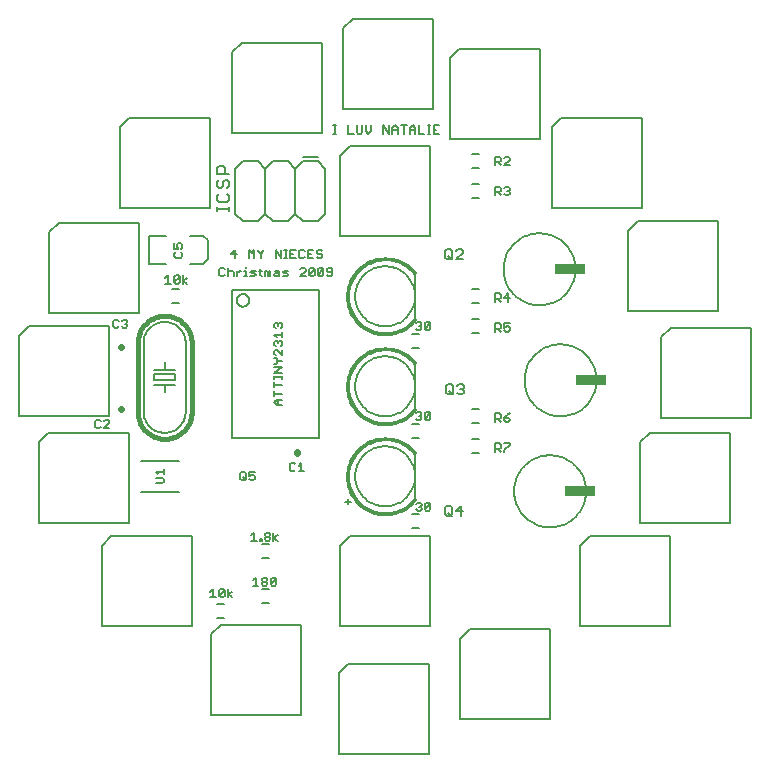
<source format=gto>
G75*
G70*
%OFA0B0*%
%FSLAX24Y24*%
%IPPOS*%
%LPD*%
%AMOC8*
5,1,8,0,0,1.08239X$1,22.5*
%
%ADD10C,0.0080*%
%ADD11C,0.0050*%
%ADD12C,0.0060*%
%ADD13C,0.0160*%
%ADD14C,0.0220*%
%ADD15R,0.1040X0.0320*%
%ADD16C,0.0010*%
D10*
X013685Y008935D02*
X013685Y010435D01*
X013685Y011935D02*
X013685Y013435D01*
X013685Y014935D02*
X013685Y016435D01*
X010685Y018435D02*
X010435Y018185D01*
X009935Y018185D01*
X009685Y018435D01*
X009685Y019935D01*
X009435Y020185D01*
X008935Y020185D01*
X008685Y019935D01*
X008685Y018435D01*
X008435Y018185D01*
X007935Y018185D01*
X007685Y018435D01*
X007685Y019935D01*
X007935Y020185D01*
X008435Y020185D01*
X008685Y019935D01*
X009685Y019935D02*
X009935Y020185D01*
X010435Y020185D01*
X010685Y019935D01*
X010685Y018435D01*
X009685Y018435D02*
X009435Y018185D01*
X008935Y018185D01*
X008685Y018435D01*
X007495Y018525D02*
X007495Y018665D01*
X007495Y018595D02*
X007075Y018595D01*
X007075Y018525D02*
X007075Y018665D01*
X007145Y018832D02*
X007075Y018902D01*
X007075Y019042D01*
X007145Y019112D01*
X007145Y019293D02*
X007075Y019363D01*
X007075Y019503D01*
X007145Y019573D01*
X007285Y019503D02*
X007355Y019573D01*
X007425Y019573D01*
X007495Y019503D01*
X007495Y019363D01*
X007425Y019293D01*
X007285Y019363D02*
X007285Y019503D01*
X007285Y019363D02*
X007215Y019293D01*
X007145Y019293D01*
X007425Y019112D02*
X007495Y019042D01*
X007495Y018902D01*
X007425Y018832D01*
X007145Y018832D01*
X007075Y019753D02*
X007075Y019963D01*
X007145Y020033D01*
X007285Y020033D01*
X007355Y019963D01*
X007355Y019753D01*
X007495Y019753D02*
X007075Y019753D01*
X009935Y020317D02*
X010435Y020317D01*
X006770Y017550D02*
X006612Y017708D01*
X006179Y017708D01*
X006770Y017550D02*
X006770Y016920D01*
X006612Y016763D01*
X006179Y016763D01*
X005392Y016763D02*
X004801Y016763D01*
X004801Y017708D01*
X005392Y017708D01*
X005815Y010197D02*
X004555Y010197D01*
X004555Y009174D02*
X005815Y009174D01*
D11*
X006885Y001735D02*
X009885Y001735D01*
X009885Y004735D01*
X007204Y004735D01*
X006885Y004416D01*
X006885Y001735D01*
X011135Y000435D02*
X014135Y000435D01*
X014135Y003435D01*
X011454Y003435D01*
X011135Y003116D01*
X011135Y000435D01*
X015185Y001585D02*
X018185Y001585D01*
X018185Y004585D01*
X015504Y004585D01*
X015185Y004266D01*
X015185Y001585D01*
X014185Y004685D02*
X011185Y004685D01*
X011185Y007366D01*
X011504Y007685D01*
X014185Y007685D01*
X014185Y004685D01*
X009046Y006085D02*
X009001Y006040D01*
X008911Y006040D01*
X008866Y006085D01*
X009046Y006266D01*
X009046Y006085D01*
X008866Y006085D02*
X008866Y006266D01*
X008911Y006311D01*
X009001Y006311D01*
X009046Y006266D01*
X008751Y006266D02*
X008751Y006220D01*
X008706Y006175D01*
X008616Y006175D01*
X008571Y006220D01*
X008571Y006266D01*
X008616Y006311D01*
X008706Y006311D01*
X008751Y006266D01*
X008706Y006175D02*
X008751Y006130D01*
X008751Y006085D01*
X008706Y006040D01*
X008616Y006040D01*
X008571Y006085D01*
X008571Y006130D01*
X008616Y006175D01*
X008457Y006040D02*
X008276Y006040D01*
X008366Y006040D02*
X008366Y006311D01*
X008276Y006220D01*
X007585Y005840D02*
X007450Y005750D01*
X007585Y005660D01*
X007450Y005660D02*
X007450Y005931D01*
X007335Y005886D02*
X007155Y005705D01*
X007200Y005660D01*
X007290Y005660D01*
X007335Y005705D01*
X007335Y005886D01*
X007290Y005931D01*
X007200Y005931D01*
X007155Y005886D01*
X007155Y005705D01*
X007040Y005660D02*
X006860Y005660D01*
X006950Y005660D02*
X006950Y005931D01*
X006860Y005840D01*
X006235Y004685D02*
X006235Y007685D01*
X003554Y007685D01*
X003235Y007366D01*
X003235Y004685D01*
X006235Y004685D01*
X008228Y007540D02*
X008408Y007540D01*
X008318Y007540D02*
X008318Y007811D01*
X008228Y007720D01*
X008523Y007585D02*
X008568Y007585D01*
X008568Y007540D01*
X008523Y007540D01*
X008523Y007585D01*
X008670Y007585D02*
X008670Y007630D01*
X008715Y007675D01*
X008805Y007675D01*
X008850Y007630D01*
X008850Y007585D01*
X008805Y007540D01*
X008715Y007540D01*
X008670Y007585D01*
X008715Y007675D02*
X008670Y007720D01*
X008670Y007766D01*
X008715Y007811D01*
X008805Y007811D01*
X008850Y007766D01*
X008850Y007720D01*
X008805Y007675D01*
X008965Y007630D02*
X009100Y007720D01*
X008965Y007630D02*
X009100Y007540D01*
X008965Y007540D02*
X008965Y007811D01*
X011360Y008845D02*
X011540Y008845D01*
X011450Y008936D02*
X011450Y008755D01*
X009985Y009860D02*
X009805Y009860D01*
X009895Y009860D02*
X009895Y010131D01*
X009805Y010040D01*
X009690Y010086D02*
X009645Y010131D01*
X009555Y010131D01*
X009510Y010086D01*
X009510Y009905D01*
X009555Y009860D01*
X009645Y009860D01*
X009690Y009905D01*
X008335Y009831D02*
X008155Y009831D01*
X008155Y009695D01*
X008245Y009740D01*
X008290Y009740D01*
X008335Y009695D01*
X008335Y009605D01*
X008290Y009560D01*
X008200Y009560D01*
X008155Y009605D01*
X008040Y009605D02*
X008040Y009786D01*
X007995Y009831D01*
X007905Y009831D01*
X007860Y009786D01*
X007860Y009605D01*
X007905Y009560D01*
X007995Y009560D01*
X008040Y009605D01*
X008040Y009560D02*
X007950Y009650D01*
X005310Y009595D02*
X005265Y009640D01*
X005040Y009640D01*
X005130Y009755D02*
X005040Y009845D01*
X005310Y009845D01*
X005310Y009755D02*
X005310Y009935D01*
X005310Y009595D02*
X005310Y009505D01*
X005265Y009460D01*
X005040Y009460D01*
X004135Y008135D02*
X004135Y011135D01*
X001454Y011135D01*
X001135Y010816D01*
X001135Y008135D01*
X004135Y008135D01*
X003496Y011290D02*
X003316Y011290D01*
X003496Y011470D01*
X003496Y011516D01*
X003451Y011561D01*
X003361Y011561D01*
X003316Y011516D01*
X003201Y011516D02*
X003156Y011561D01*
X003066Y011561D01*
X003021Y011516D01*
X003021Y011335D01*
X003066Y011290D01*
X003156Y011290D01*
X003201Y011335D01*
X003485Y011685D02*
X003485Y014685D01*
X000804Y014685D01*
X000485Y014366D01*
X000485Y011685D01*
X003485Y011685D01*
X003666Y014640D02*
X003756Y014640D01*
X003801Y014685D01*
X003916Y014685D02*
X003961Y014640D01*
X004051Y014640D01*
X004096Y014685D01*
X004096Y014730D01*
X004051Y014775D01*
X004006Y014775D01*
X004051Y014775D02*
X004096Y014820D01*
X004096Y014866D01*
X004051Y014911D01*
X003961Y014911D01*
X003916Y014866D01*
X003801Y014866D02*
X003756Y014911D01*
X003666Y014911D01*
X003621Y014866D01*
X003621Y014685D01*
X003666Y014640D01*
X004485Y015135D02*
X004485Y018135D01*
X001804Y018135D01*
X001485Y017816D01*
X001485Y015135D01*
X004485Y015135D01*
X005360Y016110D02*
X005540Y016110D01*
X005450Y016110D02*
X005450Y016381D01*
X005360Y016290D01*
X005655Y016336D02*
X005700Y016381D01*
X005790Y016381D01*
X005835Y016336D01*
X005655Y016155D01*
X005700Y016110D01*
X005790Y016110D01*
X005835Y016155D01*
X005835Y016336D01*
X005950Y016381D02*
X005950Y016110D01*
X005950Y016200D02*
X006085Y016290D01*
X005950Y016200D02*
X006085Y016110D01*
X005655Y016155D02*
X005655Y016336D01*
X005705Y016971D02*
X005885Y016971D01*
X005930Y017016D01*
X005930Y017106D01*
X005885Y017151D01*
X005885Y017266D02*
X005930Y017311D01*
X005930Y017401D01*
X005885Y017446D01*
X005795Y017446D01*
X005750Y017401D01*
X005750Y017356D01*
X005795Y017266D01*
X005660Y017266D01*
X005660Y017446D01*
X005705Y017151D02*
X005660Y017106D01*
X005660Y017016D01*
X005705Y016971D01*
X007160Y016586D02*
X007160Y016405D01*
X007205Y016360D01*
X007295Y016360D01*
X007340Y016405D01*
X007455Y016360D02*
X007455Y016631D01*
X007500Y016540D02*
X007590Y016540D01*
X007635Y016495D01*
X007635Y016360D01*
X007750Y016360D02*
X007750Y016540D01*
X007750Y016450D02*
X007840Y016540D01*
X007885Y016540D01*
X007995Y016540D02*
X008040Y016540D01*
X008040Y016360D01*
X007995Y016360D02*
X008085Y016360D01*
X008192Y016360D02*
X008327Y016360D01*
X008372Y016405D01*
X008327Y016450D01*
X008237Y016450D01*
X008192Y016495D01*
X008237Y016540D01*
X008372Y016540D01*
X008486Y016540D02*
X008576Y016540D01*
X008531Y016586D02*
X008531Y016405D01*
X008576Y016360D01*
X008683Y016360D02*
X008683Y016540D01*
X008728Y016540D01*
X008773Y016495D01*
X008818Y016540D01*
X008863Y016495D01*
X008863Y016360D01*
X008773Y016360D02*
X008773Y016495D01*
X008977Y016405D02*
X009022Y016450D01*
X009157Y016450D01*
X009157Y016495D02*
X009157Y016360D01*
X009022Y016360D01*
X008977Y016405D01*
X009022Y016540D02*
X009112Y016540D01*
X009157Y016495D01*
X009272Y016495D02*
X009317Y016540D01*
X009452Y016540D01*
X009407Y016450D02*
X009317Y016450D01*
X009272Y016495D01*
X009272Y016360D02*
X009407Y016360D01*
X009452Y016405D01*
X009407Y016450D01*
X009861Y016360D02*
X010041Y016540D01*
X010041Y016586D01*
X009996Y016631D01*
X009906Y016631D01*
X009861Y016586D01*
X009861Y016360D02*
X010041Y016360D01*
X010156Y016405D02*
X010336Y016586D01*
X010336Y016405D01*
X010291Y016360D01*
X010201Y016360D01*
X010156Y016405D01*
X010156Y016586D01*
X010201Y016631D01*
X010291Y016631D01*
X010336Y016586D01*
X010451Y016586D02*
X010451Y016405D01*
X010631Y016586D01*
X010631Y016405D01*
X010586Y016360D01*
X010496Y016360D01*
X010451Y016405D01*
X010451Y016586D02*
X010496Y016631D01*
X010586Y016631D01*
X010631Y016586D01*
X010745Y016586D02*
X010745Y016540D01*
X010790Y016495D01*
X010925Y016495D01*
X010925Y016405D02*
X010925Y016586D01*
X010880Y016631D01*
X010790Y016631D01*
X010745Y016586D01*
X010745Y016405D02*
X010790Y016360D01*
X010880Y016360D01*
X010925Y016405D01*
X010544Y016960D02*
X010454Y016960D01*
X010409Y017005D01*
X010454Y017095D02*
X010544Y017095D01*
X010589Y017050D01*
X010589Y017005D01*
X010544Y016960D01*
X010454Y017095D02*
X010409Y017140D01*
X010409Y017186D01*
X010454Y017231D01*
X010544Y017231D01*
X010589Y017186D01*
X010294Y017231D02*
X010114Y017231D01*
X010114Y016960D01*
X010294Y016960D01*
X010204Y017095D02*
X010114Y017095D01*
X009999Y017005D02*
X009954Y016960D01*
X009864Y016960D01*
X009819Y017005D01*
X009819Y017186D01*
X009864Y017231D01*
X009954Y017231D01*
X009999Y017186D01*
X009705Y017231D02*
X009525Y017231D01*
X009525Y016960D01*
X009705Y016960D01*
X009615Y017095D02*
X009525Y017095D01*
X009418Y016960D02*
X009328Y016960D01*
X009373Y016960D02*
X009373Y017231D01*
X009328Y017231D02*
X009418Y017231D01*
X009214Y017231D02*
X009214Y016960D01*
X009034Y017231D01*
X009034Y016960D01*
X008624Y017186D02*
X008624Y017231D01*
X008624Y017186D02*
X008534Y017095D01*
X008534Y016960D01*
X008534Y017095D02*
X008444Y017186D01*
X008444Y017231D01*
X008330Y017231D02*
X008330Y016960D01*
X008150Y016960D02*
X008150Y017231D01*
X008240Y017140D01*
X008330Y017231D01*
X007740Y017095D02*
X007560Y017095D01*
X007695Y017231D01*
X007695Y016960D01*
X008040Y016676D02*
X008040Y016631D01*
X007500Y016540D02*
X007455Y016495D01*
X007340Y016586D02*
X007295Y016631D01*
X007205Y016631D01*
X007160Y016586D01*
X008990Y014749D02*
X009035Y014794D01*
X009080Y014794D01*
X009125Y014749D01*
X009170Y014794D01*
X009215Y014794D01*
X009260Y014749D01*
X009260Y014659D01*
X009215Y014614D01*
X009260Y014499D02*
X009260Y014319D01*
X009260Y014409D02*
X008990Y014409D01*
X009080Y014319D01*
X009080Y014205D02*
X009125Y014160D01*
X009170Y014205D01*
X009215Y014205D01*
X009260Y014160D01*
X009260Y014070D01*
X009215Y014025D01*
X009260Y013910D02*
X009260Y013730D01*
X009080Y013910D01*
X009035Y013910D01*
X008990Y013865D01*
X008990Y013775D01*
X009035Y013730D01*
X009035Y013615D02*
X008990Y013615D01*
X009035Y013615D02*
X009125Y013525D01*
X009260Y013525D01*
X009125Y013525D02*
X009035Y013435D01*
X008990Y013435D01*
X008990Y013321D02*
X009260Y013321D01*
X008990Y013141D01*
X009260Y013141D01*
X009260Y013034D02*
X009260Y012944D01*
X009260Y012989D02*
X008990Y012989D01*
X008990Y012944D02*
X008990Y013034D01*
X008990Y012830D02*
X008990Y012650D01*
X008990Y012740D02*
X009260Y012740D01*
X009260Y012445D02*
X008990Y012445D01*
X008990Y012355D02*
X008990Y012535D01*
X009080Y012240D02*
X009260Y012240D01*
X009125Y012240D02*
X009125Y012060D01*
X009080Y012060D02*
X008990Y012150D01*
X009080Y012240D01*
X009080Y012060D02*
X009260Y012060D01*
X009035Y014025D02*
X008990Y014070D01*
X008990Y014160D01*
X009035Y014205D01*
X009080Y014205D01*
X009125Y014160D02*
X009125Y014115D01*
X009035Y014614D02*
X008990Y014659D01*
X008990Y014749D01*
X009125Y014749D02*
X009125Y014704D01*
X013710Y014786D02*
X013755Y014831D01*
X013845Y014831D01*
X013890Y014786D01*
X013890Y014740D01*
X013845Y014695D01*
X013890Y014650D01*
X013890Y014605D01*
X013845Y014560D01*
X013755Y014560D01*
X013710Y014605D01*
X013800Y014695D02*
X013845Y014695D01*
X014005Y014605D02*
X014185Y014786D01*
X014185Y014605D01*
X014140Y014560D01*
X014050Y014560D01*
X014005Y014605D01*
X014005Y014786D01*
X014050Y014831D01*
X014140Y014831D01*
X014185Y014786D01*
X016360Y014781D02*
X016360Y014510D01*
X016360Y014600D02*
X016495Y014600D01*
X016540Y014645D01*
X016540Y014736D01*
X016495Y014781D01*
X016360Y014781D01*
X016450Y014600D02*
X016540Y014510D01*
X016655Y014555D02*
X016700Y014510D01*
X016790Y014510D01*
X016835Y014555D01*
X016835Y014645D01*
X016790Y014690D01*
X016745Y014690D01*
X016655Y014645D01*
X016655Y014781D01*
X016835Y014781D01*
X016790Y015510D02*
X016790Y015781D01*
X016655Y015645D01*
X016835Y015645D01*
X016540Y015645D02*
X016540Y015736D01*
X016495Y015781D01*
X016360Y015781D01*
X016360Y015510D01*
X016360Y015600D02*
X016495Y015600D01*
X016540Y015645D01*
X016450Y015600D02*
X016540Y015510D01*
X014185Y017685D02*
X014185Y020685D01*
X011504Y020685D01*
X011185Y020366D01*
X011185Y017685D01*
X014185Y017685D01*
X016360Y019060D02*
X016360Y019331D01*
X016495Y019331D01*
X016540Y019286D01*
X016540Y019195D01*
X016495Y019150D01*
X016360Y019150D01*
X016450Y019150D02*
X016540Y019060D01*
X016655Y019105D02*
X016700Y019060D01*
X016790Y019060D01*
X016835Y019105D01*
X016835Y019150D01*
X016790Y019195D01*
X016745Y019195D01*
X016790Y019195D02*
X016835Y019240D01*
X016835Y019286D01*
X016790Y019331D01*
X016700Y019331D01*
X016655Y019286D01*
X016655Y020060D02*
X016835Y020240D01*
X016835Y020286D01*
X016790Y020331D01*
X016700Y020331D01*
X016655Y020286D01*
X016540Y020286D02*
X016495Y020331D01*
X016360Y020331D01*
X016360Y020060D01*
X016360Y020150D02*
X016495Y020150D01*
X016540Y020195D01*
X016540Y020286D01*
X016450Y020150D02*
X016540Y020060D01*
X016655Y020060D02*
X016835Y020060D01*
X017835Y020935D02*
X017835Y023935D01*
X015154Y023935D01*
X014835Y023616D01*
X014835Y020935D01*
X017835Y020935D01*
X018235Y021316D02*
X018554Y021635D01*
X021235Y021635D01*
X021235Y018635D01*
X018235Y018635D01*
X018235Y021316D01*
X014480Y021381D02*
X014300Y021381D01*
X014300Y021110D01*
X014480Y021110D01*
X014390Y021245D02*
X014300Y021245D01*
X014193Y021110D02*
X014103Y021110D01*
X014148Y021110D02*
X014148Y021381D01*
X014103Y021381D02*
X014193Y021381D01*
X013989Y021110D02*
X013809Y021110D01*
X013809Y021381D01*
X013694Y021290D02*
X013694Y021110D01*
X013694Y021245D02*
X013514Y021245D01*
X013514Y021290D02*
X013604Y021381D01*
X013694Y021290D01*
X013514Y021290D02*
X013514Y021110D01*
X013309Y021110D02*
X013309Y021381D01*
X013219Y021381D02*
X013399Y021381D01*
X013105Y021290D02*
X013105Y021110D01*
X013105Y021245D02*
X012925Y021245D01*
X012925Y021290D02*
X013015Y021381D01*
X013105Y021290D01*
X012925Y021290D02*
X012925Y021110D01*
X012810Y021110D02*
X012810Y021381D01*
X012630Y021381D02*
X012630Y021110D01*
X012810Y021110D02*
X012630Y021381D01*
X012221Y021381D02*
X012221Y021200D01*
X012131Y021110D01*
X012041Y021200D01*
X012041Y021381D01*
X011926Y021381D02*
X011926Y021155D01*
X011881Y021110D01*
X011791Y021110D01*
X011746Y021155D01*
X011746Y021381D01*
X011632Y021110D02*
X011451Y021110D01*
X011451Y021381D01*
X011050Y021381D02*
X010960Y021381D01*
X011005Y021381D02*
X011005Y021110D01*
X010960Y021110D02*
X011050Y021110D01*
X010585Y021135D02*
X010585Y024135D01*
X007904Y024135D01*
X007585Y023816D01*
X007585Y021135D01*
X010585Y021135D01*
X011285Y021935D02*
X014285Y021935D01*
X014285Y024935D01*
X011604Y024935D01*
X011285Y024616D01*
X011285Y021935D01*
X006835Y021635D02*
X004154Y021635D01*
X003835Y021316D01*
X003835Y018635D01*
X006835Y018635D01*
X006835Y021635D01*
X020785Y017866D02*
X020785Y015185D01*
X023785Y015185D01*
X023785Y018185D01*
X021104Y018185D01*
X020785Y017866D01*
X022204Y014635D02*
X021885Y014316D01*
X021885Y011635D01*
X024885Y011635D01*
X024885Y014635D01*
X022204Y014635D01*
X016835Y011781D02*
X016745Y011736D01*
X016655Y011645D01*
X016790Y011645D01*
X016835Y011600D01*
X016835Y011555D01*
X016790Y011510D01*
X016700Y011510D01*
X016655Y011555D01*
X016655Y011645D01*
X016540Y011645D02*
X016540Y011736D01*
X016495Y011781D01*
X016360Y011781D01*
X016360Y011510D01*
X016360Y011600D02*
X016495Y011600D01*
X016540Y011645D01*
X016450Y011600D02*
X016540Y011510D01*
X016495Y010781D02*
X016540Y010736D01*
X016540Y010645D01*
X016495Y010600D01*
X016360Y010600D01*
X016360Y010510D02*
X016360Y010781D01*
X016495Y010781D01*
X016655Y010781D02*
X016835Y010781D01*
X016835Y010736D01*
X016655Y010555D01*
X016655Y010510D01*
X016540Y010510D02*
X016450Y010600D01*
X014185Y011605D02*
X014185Y011786D01*
X014005Y011605D01*
X014050Y011560D01*
X014140Y011560D01*
X014185Y011605D01*
X014005Y011605D02*
X014005Y011786D01*
X014050Y011831D01*
X014140Y011831D01*
X014185Y011786D01*
X013890Y011786D02*
X013890Y011740D01*
X013845Y011695D01*
X013890Y011650D01*
X013890Y011605D01*
X013845Y011560D01*
X013755Y011560D01*
X013710Y011605D01*
X013800Y011695D02*
X013845Y011695D01*
X013890Y011786D02*
X013845Y011831D01*
X013755Y011831D01*
X013710Y011786D01*
X013766Y008811D02*
X013856Y008811D01*
X013901Y008766D01*
X013901Y008720D01*
X013856Y008675D01*
X013901Y008630D01*
X013901Y008585D01*
X013856Y008540D01*
X013766Y008540D01*
X013721Y008585D01*
X013811Y008675D02*
X013856Y008675D01*
X013721Y008766D02*
X013766Y008811D01*
X014016Y008766D02*
X014061Y008811D01*
X014151Y008811D01*
X014196Y008766D01*
X014016Y008585D01*
X014061Y008540D01*
X014151Y008540D01*
X014196Y008585D01*
X014196Y008766D01*
X014016Y008766D02*
X014016Y008585D01*
X019185Y007366D02*
X019504Y007685D01*
X022185Y007685D01*
X022185Y004685D01*
X019185Y004685D01*
X019185Y007366D01*
X021185Y008135D02*
X024185Y008135D01*
X024185Y011135D01*
X021504Y011135D01*
X021185Y010816D01*
X021185Y008135D01*
D12*
X016985Y009185D02*
X016987Y009254D01*
X016993Y009323D01*
X017003Y009391D01*
X017017Y009459D01*
X017034Y009526D01*
X017056Y009592D01*
X017081Y009656D01*
X017110Y009719D01*
X017143Y009780D01*
X017179Y009839D01*
X017218Y009896D01*
X017261Y009950D01*
X017306Y010002D01*
X017355Y010052D01*
X017406Y010098D01*
X017460Y010141D01*
X017517Y010182D01*
X017575Y010218D01*
X017636Y010252D01*
X017698Y010282D01*
X017762Y010308D01*
X017827Y010330D01*
X017894Y010349D01*
X017962Y010364D01*
X018030Y010375D01*
X018099Y010382D01*
X018168Y010385D01*
X018237Y010384D01*
X018306Y010379D01*
X018374Y010370D01*
X018442Y010357D01*
X018509Y010340D01*
X018576Y010320D01*
X018640Y010295D01*
X018703Y010267D01*
X018765Y010236D01*
X018824Y010200D01*
X018882Y010162D01*
X018937Y010120D01*
X018990Y010075D01*
X019040Y010027D01*
X019087Y009977D01*
X019131Y009923D01*
X019172Y009868D01*
X019210Y009810D01*
X019244Y009750D01*
X019275Y009688D01*
X019302Y009624D01*
X019325Y009559D01*
X019345Y009493D01*
X019361Y009425D01*
X019373Y009357D01*
X019381Y009289D01*
X019385Y009220D01*
X019385Y009150D01*
X019381Y009081D01*
X019373Y009013D01*
X019361Y008945D01*
X019345Y008877D01*
X019325Y008811D01*
X019302Y008746D01*
X019275Y008682D01*
X019244Y008620D01*
X019210Y008560D01*
X019172Y008502D01*
X019131Y008447D01*
X019087Y008393D01*
X019040Y008343D01*
X018990Y008295D01*
X018937Y008250D01*
X018882Y008208D01*
X018824Y008170D01*
X018765Y008134D01*
X018703Y008103D01*
X018640Y008075D01*
X018576Y008050D01*
X018509Y008030D01*
X018442Y008013D01*
X018374Y008000D01*
X018306Y007991D01*
X018237Y007986D01*
X018168Y007985D01*
X018099Y007988D01*
X018030Y007995D01*
X017962Y008006D01*
X017894Y008021D01*
X017827Y008040D01*
X017762Y008062D01*
X017698Y008088D01*
X017636Y008118D01*
X017575Y008152D01*
X017517Y008188D01*
X017460Y008229D01*
X017406Y008272D01*
X017355Y008318D01*
X017306Y008368D01*
X017261Y008420D01*
X017218Y008474D01*
X017179Y008531D01*
X017143Y008590D01*
X017110Y008651D01*
X017081Y008714D01*
X017056Y008778D01*
X017034Y008844D01*
X017017Y008911D01*
X017003Y008979D01*
X016993Y009047D01*
X016987Y009116D01*
X016985Y009185D01*
X015274Y008535D02*
X015047Y008535D01*
X015217Y008706D01*
X015217Y008365D01*
X014906Y008365D02*
X014792Y008479D01*
X014679Y008422D02*
X014735Y008365D01*
X014849Y008365D01*
X014906Y008422D01*
X014906Y008649D01*
X014849Y008706D01*
X014735Y008706D01*
X014679Y008649D01*
X014679Y008422D01*
X013803Y008422D02*
X013567Y008422D01*
X013567Y007949D02*
X013803Y007949D01*
X011685Y009685D02*
X011687Y009748D01*
X011693Y009810D01*
X011703Y009872D01*
X011716Y009934D01*
X011734Y009994D01*
X011755Y010053D01*
X011780Y010111D01*
X011809Y010167D01*
X011841Y010221D01*
X011876Y010273D01*
X011914Y010322D01*
X011956Y010370D01*
X012000Y010414D01*
X012048Y010456D01*
X012097Y010494D01*
X012149Y010529D01*
X012203Y010561D01*
X012259Y010590D01*
X012317Y010615D01*
X012376Y010636D01*
X012436Y010654D01*
X012498Y010667D01*
X012560Y010677D01*
X012622Y010683D01*
X012685Y010685D01*
X012748Y010683D01*
X012810Y010677D01*
X012872Y010667D01*
X012934Y010654D01*
X012994Y010636D01*
X013053Y010615D01*
X013111Y010590D01*
X013167Y010561D01*
X013221Y010529D01*
X013273Y010494D01*
X013322Y010456D01*
X013370Y010414D01*
X013414Y010370D01*
X013456Y010322D01*
X013494Y010273D01*
X013529Y010221D01*
X013561Y010167D01*
X013590Y010111D01*
X013615Y010053D01*
X013636Y009994D01*
X013654Y009934D01*
X013667Y009872D01*
X013677Y009810D01*
X013683Y009748D01*
X013685Y009685D01*
X013683Y009622D01*
X013677Y009560D01*
X013667Y009498D01*
X013654Y009436D01*
X013636Y009376D01*
X013615Y009317D01*
X013590Y009259D01*
X013561Y009203D01*
X013529Y009149D01*
X013494Y009097D01*
X013456Y009048D01*
X013414Y009000D01*
X013370Y008956D01*
X013322Y008914D01*
X013273Y008876D01*
X013221Y008841D01*
X013167Y008809D01*
X013111Y008780D01*
X013053Y008755D01*
X012994Y008734D01*
X012934Y008716D01*
X012872Y008703D01*
X012810Y008693D01*
X012748Y008687D01*
X012685Y008685D01*
X012622Y008687D01*
X012560Y008693D01*
X012498Y008703D01*
X012436Y008716D01*
X012376Y008734D01*
X012317Y008755D01*
X012259Y008780D01*
X012203Y008809D01*
X012149Y008841D01*
X012097Y008876D01*
X012048Y008914D01*
X012000Y008956D01*
X011956Y009000D01*
X011914Y009048D01*
X011876Y009097D01*
X011841Y009149D01*
X011809Y009203D01*
X011780Y009259D01*
X011755Y009317D01*
X011734Y009376D01*
X011716Y009436D01*
X011703Y009498D01*
X011693Y009560D01*
X011687Y009622D01*
X011685Y009685D01*
X010476Y010965D02*
X010476Y015905D01*
X007585Y015905D01*
X007585Y010965D01*
X010476Y010965D01*
X013567Y010949D02*
X013803Y010949D01*
X013803Y011422D02*
X013567Y011422D01*
X014715Y012472D02*
X014772Y012415D01*
X014885Y012415D01*
X014942Y012472D01*
X014942Y012699D01*
X014885Y012756D01*
X014772Y012756D01*
X014715Y012699D01*
X014715Y012472D01*
X014829Y012529D02*
X014942Y012415D01*
X015084Y012472D02*
X015140Y012415D01*
X015254Y012415D01*
X015311Y012472D01*
X015311Y012529D01*
X015254Y012585D01*
X015197Y012585D01*
X015254Y012585D02*
X015311Y012642D01*
X015311Y012699D01*
X015254Y012756D01*
X015140Y012756D01*
X015084Y012699D01*
X015567Y011922D02*
X015803Y011922D01*
X015803Y011449D02*
X015567Y011449D01*
X015567Y010922D02*
X015803Y010922D01*
X015803Y010449D02*
X015567Y010449D01*
X011685Y012685D02*
X011687Y012748D01*
X011693Y012810D01*
X011703Y012872D01*
X011716Y012934D01*
X011734Y012994D01*
X011755Y013053D01*
X011780Y013111D01*
X011809Y013167D01*
X011841Y013221D01*
X011876Y013273D01*
X011914Y013322D01*
X011956Y013370D01*
X012000Y013414D01*
X012048Y013456D01*
X012097Y013494D01*
X012149Y013529D01*
X012203Y013561D01*
X012259Y013590D01*
X012317Y013615D01*
X012376Y013636D01*
X012436Y013654D01*
X012498Y013667D01*
X012560Y013677D01*
X012622Y013683D01*
X012685Y013685D01*
X012748Y013683D01*
X012810Y013677D01*
X012872Y013667D01*
X012934Y013654D01*
X012994Y013636D01*
X013053Y013615D01*
X013111Y013590D01*
X013167Y013561D01*
X013221Y013529D01*
X013273Y013494D01*
X013322Y013456D01*
X013370Y013414D01*
X013414Y013370D01*
X013456Y013322D01*
X013494Y013273D01*
X013529Y013221D01*
X013561Y013167D01*
X013590Y013111D01*
X013615Y013053D01*
X013636Y012994D01*
X013654Y012934D01*
X013667Y012872D01*
X013677Y012810D01*
X013683Y012748D01*
X013685Y012685D01*
X013683Y012622D01*
X013677Y012560D01*
X013667Y012498D01*
X013654Y012436D01*
X013636Y012376D01*
X013615Y012317D01*
X013590Y012259D01*
X013561Y012203D01*
X013529Y012149D01*
X013494Y012097D01*
X013456Y012048D01*
X013414Y012000D01*
X013370Y011956D01*
X013322Y011914D01*
X013273Y011876D01*
X013221Y011841D01*
X013167Y011809D01*
X013111Y011780D01*
X013053Y011755D01*
X012994Y011734D01*
X012934Y011716D01*
X012872Y011703D01*
X012810Y011693D01*
X012748Y011687D01*
X012685Y011685D01*
X012622Y011687D01*
X012560Y011693D01*
X012498Y011703D01*
X012436Y011716D01*
X012376Y011734D01*
X012317Y011755D01*
X012259Y011780D01*
X012203Y011809D01*
X012149Y011841D01*
X012097Y011876D01*
X012048Y011914D01*
X012000Y011956D01*
X011956Y012000D01*
X011914Y012048D01*
X011876Y012097D01*
X011841Y012149D01*
X011809Y012203D01*
X011780Y012259D01*
X011755Y012317D01*
X011734Y012376D01*
X011716Y012436D01*
X011703Y012498D01*
X011693Y012560D01*
X011687Y012622D01*
X011685Y012685D01*
X013567Y013949D02*
X013803Y013949D01*
X013803Y014422D02*
X013567Y014422D01*
X015567Y014449D02*
X015803Y014449D01*
X015803Y014922D02*
X015567Y014922D01*
X015567Y015449D02*
X015803Y015449D01*
X015803Y015922D02*
X015567Y015922D01*
X015274Y016915D02*
X015047Y016915D01*
X015274Y017142D01*
X015274Y017199D01*
X015217Y017256D01*
X015104Y017256D01*
X015047Y017199D01*
X014906Y017199D02*
X014906Y016972D01*
X014849Y016915D01*
X014735Y016915D01*
X014679Y016972D01*
X014679Y017199D01*
X014735Y017256D01*
X014849Y017256D01*
X014906Y017199D01*
X014792Y017029D02*
X014906Y016915D01*
X011685Y015685D02*
X011687Y015748D01*
X011693Y015810D01*
X011703Y015872D01*
X011716Y015934D01*
X011734Y015994D01*
X011755Y016053D01*
X011780Y016111D01*
X011809Y016167D01*
X011841Y016221D01*
X011876Y016273D01*
X011914Y016322D01*
X011956Y016370D01*
X012000Y016414D01*
X012048Y016456D01*
X012097Y016494D01*
X012149Y016529D01*
X012203Y016561D01*
X012259Y016590D01*
X012317Y016615D01*
X012376Y016636D01*
X012436Y016654D01*
X012498Y016667D01*
X012560Y016677D01*
X012622Y016683D01*
X012685Y016685D01*
X012748Y016683D01*
X012810Y016677D01*
X012872Y016667D01*
X012934Y016654D01*
X012994Y016636D01*
X013053Y016615D01*
X013111Y016590D01*
X013167Y016561D01*
X013221Y016529D01*
X013273Y016494D01*
X013322Y016456D01*
X013370Y016414D01*
X013414Y016370D01*
X013456Y016322D01*
X013494Y016273D01*
X013529Y016221D01*
X013561Y016167D01*
X013590Y016111D01*
X013615Y016053D01*
X013636Y015994D01*
X013654Y015934D01*
X013667Y015872D01*
X013677Y015810D01*
X013683Y015748D01*
X013685Y015685D01*
X013683Y015622D01*
X013677Y015560D01*
X013667Y015498D01*
X013654Y015436D01*
X013636Y015376D01*
X013615Y015317D01*
X013590Y015259D01*
X013561Y015203D01*
X013529Y015149D01*
X013494Y015097D01*
X013456Y015048D01*
X013414Y015000D01*
X013370Y014956D01*
X013322Y014914D01*
X013273Y014876D01*
X013221Y014841D01*
X013167Y014809D01*
X013111Y014780D01*
X013053Y014755D01*
X012994Y014734D01*
X012934Y014716D01*
X012872Y014703D01*
X012810Y014693D01*
X012748Y014687D01*
X012685Y014685D01*
X012622Y014687D01*
X012560Y014693D01*
X012498Y014703D01*
X012436Y014716D01*
X012376Y014734D01*
X012317Y014755D01*
X012259Y014780D01*
X012203Y014809D01*
X012149Y014841D01*
X012097Y014876D01*
X012048Y014914D01*
X012000Y014956D01*
X011956Y015000D01*
X011914Y015048D01*
X011876Y015097D01*
X011841Y015149D01*
X011809Y015203D01*
X011780Y015259D01*
X011755Y015317D01*
X011734Y015376D01*
X011716Y015436D01*
X011703Y015498D01*
X011693Y015560D01*
X011687Y015622D01*
X011685Y015685D01*
X007735Y015555D02*
X007737Y015584D01*
X007743Y015612D01*
X007752Y015639D01*
X007766Y015664D01*
X007782Y015688D01*
X007802Y015708D01*
X007824Y015727D01*
X007848Y015741D01*
X007875Y015753D01*
X007902Y015761D01*
X007931Y015765D01*
X007959Y015765D01*
X007988Y015761D01*
X008015Y015753D01*
X008042Y015741D01*
X008066Y015727D01*
X008088Y015708D01*
X008108Y015688D01*
X008124Y015664D01*
X008138Y015639D01*
X008147Y015612D01*
X008153Y015584D01*
X008155Y015555D01*
X008153Y015526D01*
X008147Y015498D01*
X008138Y015471D01*
X008124Y015446D01*
X008108Y015422D01*
X008088Y015402D01*
X008066Y015383D01*
X008042Y015369D01*
X008015Y015357D01*
X007988Y015349D01*
X007959Y015345D01*
X007931Y015345D01*
X007902Y015349D01*
X007875Y015357D01*
X007848Y015369D01*
X007824Y015383D01*
X007802Y015402D01*
X007782Y015422D01*
X007766Y015446D01*
X007752Y015471D01*
X007743Y015498D01*
X007737Y015526D01*
X007735Y015555D01*
X005803Y015449D02*
X005567Y015449D01*
X005567Y015922D02*
X005803Y015922D01*
X006035Y014135D02*
X006035Y011835D01*
X006033Y011784D01*
X006028Y011733D01*
X006018Y011683D01*
X006005Y011633D01*
X005989Y011585D01*
X005969Y011538D01*
X005945Y011492D01*
X005919Y011449D01*
X005889Y011407D01*
X005856Y011368D01*
X005821Y011331D01*
X005783Y011297D01*
X005742Y011266D01*
X005700Y011237D01*
X005655Y011212D01*
X005609Y011191D01*
X005561Y011172D01*
X005512Y011158D01*
X005462Y011147D01*
X005412Y011139D01*
X005361Y011135D01*
X005309Y011135D01*
X005258Y011139D01*
X005208Y011147D01*
X005158Y011158D01*
X005109Y011172D01*
X005061Y011191D01*
X005015Y011212D01*
X004970Y011237D01*
X004928Y011266D01*
X004887Y011297D01*
X004849Y011331D01*
X004814Y011368D01*
X004781Y011407D01*
X004751Y011449D01*
X004725Y011492D01*
X004701Y011538D01*
X004681Y011585D01*
X004665Y011633D01*
X004652Y011683D01*
X004642Y011733D01*
X004637Y011784D01*
X004635Y011835D01*
X004635Y014135D01*
X004637Y014186D01*
X004642Y014237D01*
X004652Y014287D01*
X004665Y014337D01*
X004681Y014385D01*
X004701Y014432D01*
X004725Y014478D01*
X004751Y014521D01*
X004781Y014563D01*
X004814Y014602D01*
X004849Y014639D01*
X004887Y014673D01*
X004928Y014704D01*
X004970Y014733D01*
X005015Y014758D01*
X005061Y014779D01*
X005109Y014798D01*
X005158Y014812D01*
X005208Y014823D01*
X005258Y014831D01*
X005309Y014835D01*
X005361Y014835D01*
X005412Y014831D01*
X005462Y014823D01*
X005512Y014812D01*
X005561Y014798D01*
X005609Y014779D01*
X005655Y014758D01*
X005700Y014733D01*
X005742Y014704D01*
X005783Y014673D01*
X005821Y014639D01*
X005856Y014602D01*
X005889Y014563D01*
X005919Y014521D01*
X005945Y014478D01*
X005969Y014432D01*
X005989Y014385D01*
X006005Y014337D01*
X006018Y014287D01*
X006028Y014237D01*
X006033Y014186D01*
X006035Y014135D01*
X005335Y013485D02*
X005335Y013235D01*
X005685Y013235D01*
X005685Y013085D02*
X005685Y012885D01*
X004985Y012885D01*
X004985Y013085D01*
X005685Y013085D01*
X005685Y012735D02*
X005335Y012735D01*
X005335Y012485D01*
X005335Y012735D02*
X004985Y012735D01*
X004985Y013235D02*
X005335Y013235D01*
X015567Y018949D02*
X015803Y018949D01*
X015803Y019422D02*
X015567Y019422D01*
X015567Y019949D02*
X015803Y019949D01*
X015803Y020422D02*
X015567Y020422D01*
X016635Y016585D02*
X016637Y016654D01*
X016643Y016723D01*
X016653Y016791D01*
X016667Y016859D01*
X016684Y016926D01*
X016706Y016992D01*
X016731Y017056D01*
X016760Y017119D01*
X016793Y017180D01*
X016829Y017239D01*
X016868Y017296D01*
X016911Y017350D01*
X016956Y017402D01*
X017005Y017452D01*
X017056Y017498D01*
X017110Y017541D01*
X017167Y017582D01*
X017225Y017618D01*
X017286Y017652D01*
X017348Y017682D01*
X017412Y017708D01*
X017477Y017730D01*
X017544Y017749D01*
X017612Y017764D01*
X017680Y017775D01*
X017749Y017782D01*
X017818Y017785D01*
X017887Y017784D01*
X017956Y017779D01*
X018024Y017770D01*
X018092Y017757D01*
X018159Y017740D01*
X018226Y017720D01*
X018290Y017695D01*
X018353Y017667D01*
X018415Y017636D01*
X018474Y017600D01*
X018532Y017562D01*
X018587Y017520D01*
X018640Y017475D01*
X018690Y017427D01*
X018737Y017377D01*
X018781Y017323D01*
X018822Y017268D01*
X018860Y017210D01*
X018894Y017150D01*
X018925Y017088D01*
X018952Y017024D01*
X018975Y016959D01*
X018995Y016893D01*
X019011Y016825D01*
X019023Y016757D01*
X019031Y016689D01*
X019035Y016620D01*
X019035Y016550D01*
X019031Y016481D01*
X019023Y016413D01*
X019011Y016345D01*
X018995Y016277D01*
X018975Y016211D01*
X018952Y016146D01*
X018925Y016082D01*
X018894Y016020D01*
X018860Y015960D01*
X018822Y015902D01*
X018781Y015847D01*
X018737Y015793D01*
X018690Y015743D01*
X018640Y015695D01*
X018587Y015650D01*
X018532Y015608D01*
X018474Y015570D01*
X018415Y015534D01*
X018353Y015503D01*
X018290Y015475D01*
X018226Y015450D01*
X018159Y015430D01*
X018092Y015413D01*
X018024Y015400D01*
X017956Y015391D01*
X017887Y015386D01*
X017818Y015385D01*
X017749Y015388D01*
X017680Y015395D01*
X017612Y015406D01*
X017544Y015421D01*
X017477Y015440D01*
X017412Y015462D01*
X017348Y015488D01*
X017286Y015518D01*
X017225Y015552D01*
X017167Y015588D01*
X017110Y015629D01*
X017056Y015672D01*
X017005Y015718D01*
X016956Y015768D01*
X016911Y015820D01*
X016868Y015874D01*
X016829Y015931D01*
X016793Y015990D01*
X016760Y016051D01*
X016731Y016114D01*
X016706Y016178D01*
X016684Y016244D01*
X016667Y016311D01*
X016653Y016379D01*
X016643Y016447D01*
X016637Y016516D01*
X016635Y016585D01*
X017335Y012885D02*
X017337Y012954D01*
X017343Y013023D01*
X017353Y013091D01*
X017367Y013159D01*
X017384Y013226D01*
X017406Y013292D01*
X017431Y013356D01*
X017460Y013419D01*
X017493Y013480D01*
X017529Y013539D01*
X017568Y013596D01*
X017611Y013650D01*
X017656Y013702D01*
X017705Y013752D01*
X017756Y013798D01*
X017810Y013841D01*
X017867Y013882D01*
X017925Y013918D01*
X017986Y013952D01*
X018048Y013982D01*
X018112Y014008D01*
X018177Y014030D01*
X018244Y014049D01*
X018312Y014064D01*
X018380Y014075D01*
X018449Y014082D01*
X018518Y014085D01*
X018587Y014084D01*
X018656Y014079D01*
X018724Y014070D01*
X018792Y014057D01*
X018859Y014040D01*
X018926Y014020D01*
X018990Y013995D01*
X019053Y013967D01*
X019115Y013936D01*
X019174Y013900D01*
X019232Y013862D01*
X019287Y013820D01*
X019340Y013775D01*
X019390Y013727D01*
X019437Y013677D01*
X019481Y013623D01*
X019522Y013568D01*
X019560Y013510D01*
X019594Y013450D01*
X019625Y013388D01*
X019652Y013324D01*
X019675Y013259D01*
X019695Y013193D01*
X019711Y013125D01*
X019723Y013057D01*
X019731Y012989D01*
X019735Y012920D01*
X019735Y012850D01*
X019731Y012781D01*
X019723Y012713D01*
X019711Y012645D01*
X019695Y012577D01*
X019675Y012511D01*
X019652Y012446D01*
X019625Y012382D01*
X019594Y012320D01*
X019560Y012260D01*
X019522Y012202D01*
X019481Y012147D01*
X019437Y012093D01*
X019390Y012043D01*
X019340Y011995D01*
X019287Y011950D01*
X019232Y011908D01*
X019174Y011870D01*
X019115Y011834D01*
X019053Y011803D01*
X018990Y011775D01*
X018926Y011750D01*
X018859Y011730D01*
X018792Y011713D01*
X018724Y011700D01*
X018656Y011691D01*
X018587Y011686D01*
X018518Y011685D01*
X018449Y011688D01*
X018380Y011695D01*
X018312Y011706D01*
X018244Y011721D01*
X018177Y011740D01*
X018112Y011762D01*
X018048Y011788D01*
X017986Y011818D01*
X017925Y011852D01*
X017867Y011888D01*
X017810Y011929D01*
X017756Y011972D01*
X017705Y012018D01*
X017656Y012068D01*
X017611Y012120D01*
X017568Y012174D01*
X017529Y012231D01*
X017493Y012290D01*
X017460Y012351D01*
X017431Y012414D01*
X017406Y012478D01*
X017384Y012544D01*
X017367Y012611D01*
X017353Y012679D01*
X017343Y012747D01*
X017337Y012816D01*
X017335Y012885D01*
X008803Y007422D02*
X008567Y007422D01*
X008567Y006949D02*
X008803Y006949D01*
X008803Y005922D02*
X008567Y005922D01*
X008567Y005449D02*
X008803Y005449D01*
X007303Y005422D02*
X007067Y005422D01*
X007067Y004949D02*
X007303Y004949D01*
D13*
X006235Y011835D02*
X006235Y014135D01*
X006233Y014194D01*
X006227Y014252D01*
X006218Y014311D01*
X006204Y014368D01*
X006187Y014424D01*
X006166Y014479D01*
X006142Y014533D01*
X006114Y014585D01*
X006083Y014635D01*
X006049Y014683D01*
X006012Y014728D01*
X005971Y014771D01*
X005928Y014812D01*
X005883Y014849D01*
X005835Y014883D01*
X005785Y014914D01*
X005733Y014942D01*
X005679Y014966D01*
X005624Y014987D01*
X005568Y015004D01*
X005511Y015018D01*
X005452Y015027D01*
X005394Y015033D01*
X005335Y015035D01*
X005276Y015033D01*
X005218Y015027D01*
X005159Y015018D01*
X005102Y015004D01*
X005046Y014987D01*
X004991Y014966D01*
X004937Y014942D01*
X004885Y014914D01*
X004835Y014883D01*
X004787Y014849D01*
X004742Y014812D01*
X004699Y014771D01*
X004658Y014728D01*
X004621Y014683D01*
X004587Y014635D01*
X004556Y014585D01*
X004528Y014533D01*
X004504Y014479D01*
X004483Y014424D01*
X004466Y014368D01*
X004452Y014311D01*
X004443Y014252D01*
X004437Y014194D01*
X004435Y014135D01*
X004435Y011835D01*
X004437Y011776D01*
X004443Y011718D01*
X004452Y011659D01*
X004466Y011602D01*
X004483Y011546D01*
X004504Y011491D01*
X004528Y011437D01*
X004556Y011385D01*
X004587Y011335D01*
X004621Y011287D01*
X004658Y011242D01*
X004699Y011199D01*
X004742Y011158D01*
X004787Y011121D01*
X004835Y011087D01*
X004885Y011056D01*
X004937Y011028D01*
X004991Y011004D01*
X005046Y010983D01*
X005102Y010966D01*
X005159Y010952D01*
X005218Y010943D01*
X005276Y010937D01*
X005335Y010935D01*
X005394Y010937D01*
X005452Y010943D01*
X005511Y010952D01*
X005568Y010966D01*
X005624Y010983D01*
X005679Y011004D01*
X005733Y011028D01*
X005785Y011056D01*
X005835Y011087D01*
X005883Y011121D01*
X005928Y011158D01*
X005971Y011199D01*
X006012Y011242D01*
X006049Y011287D01*
X006083Y011335D01*
X006114Y011385D01*
X006142Y011437D01*
X006166Y011491D01*
X006187Y011546D01*
X006204Y011602D01*
X006218Y011659D01*
X006227Y011718D01*
X006233Y011776D01*
X006235Y011835D01*
D14*
X003897Y011935D02*
X003873Y011935D01*
X003873Y013985D02*
X003897Y013985D01*
X009735Y010497D02*
X009735Y010473D01*
D15*
X019185Y009185D03*
X019535Y012885D03*
X018835Y016585D03*
D16*
X013717Y016465D02*
X013645Y016411D01*
X013646Y016412D02*
X013603Y016465D01*
X013558Y016516D01*
X013509Y016564D01*
X013458Y016609D01*
X013404Y016652D01*
X013348Y016691D01*
X013290Y016727D01*
X013230Y016760D01*
X013169Y016789D01*
X013105Y016814D01*
X013041Y016836D01*
X012975Y016855D01*
X012908Y016869D01*
X012841Y016880D01*
X012773Y016887D01*
X012705Y016890D01*
X012636Y016889D01*
X012568Y016884D01*
X012500Y016876D01*
X012433Y016863D01*
X012367Y016847D01*
X012302Y016827D01*
X012237Y016804D01*
X012175Y016777D01*
X012114Y016746D01*
X012055Y016712D01*
X011997Y016675D01*
X011942Y016634D01*
X011890Y016590D01*
X011840Y016544D01*
X011793Y016495D01*
X011748Y016443D01*
X011707Y016389D01*
X011668Y016332D01*
X011633Y016273D01*
X011602Y016213D01*
X011574Y016151D01*
X011549Y016087D01*
X011528Y016022D01*
X011511Y015956D01*
X011497Y015889D01*
X011488Y015821D01*
X011482Y015753D01*
X011480Y015685D01*
X011482Y015617D01*
X011488Y015549D01*
X011497Y015481D01*
X011511Y015414D01*
X011528Y015348D01*
X011549Y015283D01*
X011574Y015219D01*
X011602Y015157D01*
X011633Y015097D01*
X011668Y015038D01*
X011707Y014981D01*
X011748Y014927D01*
X011793Y014875D01*
X011840Y014826D01*
X011890Y014780D01*
X011942Y014736D01*
X011997Y014695D01*
X012055Y014658D01*
X012114Y014624D01*
X012175Y014593D01*
X012237Y014566D01*
X012302Y014543D01*
X012367Y014523D01*
X012433Y014507D01*
X012500Y014494D01*
X012568Y014486D01*
X012636Y014481D01*
X012705Y014480D01*
X012773Y014483D01*
X012841Y014490D01*
X012908Y014501D01*
X012975Y014515D01*
X013041Y014534D01*
X013105Y014556D01*
X013169Y014581D01*
X013230Y014610D01*
X013290Y014643D01*
X013348Y014679D01*
X013404Y014718D01*
X013458Y014761D01*
X013509Y014806D01*
X013558Y014854D01*
X013603Y014905D01*
X013646Y014958D01*
X013717Y014905D01*
X013718Y014904D01*
X013674Y014849D01*
X013626Y014796D01*
X013576Y014745D01*
X013523Y014698D01*
X013468Y014654D01*
X013410Y014612D01*
X013350Y014574D01*
X013289Y014539D01*
X013225Y014508D01*
X013160Y014480D01*
X013093Y014456D01*
X013025Y014435D01*
X012956Y014419D01*
X012886Y014406D01*
X012816Y014397D01*
X012745Y014391D01*
X012674Y014390D01*
X012603Y014393D01*
X012532Y014399D01*
X012462Y014409D01*
X012393Y014423D01*
X012324Y014441D01*
X012256Y014463D01*
X012190Y014488D01*
X012125Y014517D01*
X012062Y014550D01*
X012001Y014586D01*
X011942Y014625D01*
X011885Y014667D01*
X011830Y014712D01*
X011778Y014761D01*
X011729Y014812D01*
X011682Y014865D01*
X011639Y014922D01*
X011599Y014980D01*
X011562Y015041D01*
X011528Y015103D01*
X011498Y015167D01*
X011471Y015233D01*
X011448Y015300D01*
X011429Y015369D01*
X011414Y015438D01*
X011402Y015508D01*
X011394Y015579D01*
X011390Y015650D01*
X011390Y015720D01*
X011394Y015791D01*
X011402Y015862D01*
X011414Y015932D01*
X011429Y016001D01*
X011448Y016070D01*
X011471Y016137D01*
X011498Y016203D01*
X011528Y016267D01*
X011562Y016329D01*
X011599Y016390D01*
X011639Y016448D01*
X011682Y016505D01*
X011729Y016558D01*
X011778Y016609D01*
X011830Y016658D01*
X011885Y016703D01*
X011942Y016745D01*
X012001Y016784D01*
X012062Y016820D01*
X012125Y016853D01*
X012190Y016882D01*
X012256Y016907D01*
X012324Y016929D01*
X012393Y016947D01*
X012462Y016961D01*
X012532Y016971D01*
X012603Y016977D01*
X012674Y016980D01*
X012745Y016979D01*
X012816Y016973D01*
X012886Y016964D01*
X012956Y016951D01*
X013025Y016935D01*
X013093Y016914D01*
X013160Y016890D01*
X013225Y016862D01*
X013289Y016831D01*
X013350Y016796D01*
X013410Y016758D01*
X013468Y016716D01*
X013523Y016672D01*
X013576Y016625D01*
X013626Y016574D01*
X013674Y016521D01*
X013718Y016466D01*
X013711Y016461D01*
X013666Y016516D01*
X013619Y016569D01*
X013568Y016620D01*
X013515Y016667D01*
X013459Y016712D01*
X013401Y016753D01*
X013341Y016791D01*
X013279Y016826D01*
X013215Y016857D01*
X013149Y016884D01*
X013082Y016908D01*
X013013Y016928D01*
X012944Y016945D01*
X012874Y016957D01*
X012803Y016966D01*
X012732Y016970D01*
X012661Y016971D01*
X012590Y016967D01*
X012519Y016960D01*
X012448Y016949D01*
X012379Y016934D01*
X012310Y016915D01*
X012242Y016892D01*
X012176Y016866D01*
X012111Y016836D01*
X012049Y016802D01*
X011988Y016766D01*
X011929Y016725D01*
X011872Y016682D01*
X011818Y016635D01*
X011767Y016586D01*
X011719Y016533D01*
X011673Y016479D01*
X011631Y016421D01*
X011592Y016362D01*
X011556Y016300D01*
X011523Y016237D01*
X011495Y016172D01*
X011469Y016105D01*
X011448Y016037D01*
X011430Y015968D01*
X011417Y015898D01*
X011407Y015827D01*
X011401Y015756D01*
X011399Y015685D01*
X011401Y015614D01*
X011407Y015543D01*
X011417Y015472D01*
X011430Y015402D01*
X011448Y015333D01*
X011469Y015265D01*
X011495Y015198D01*
X011523Y015133D01*
X011556Y015070D01*
X011592Y015008D01*
X011631Y014949D01*
X011673Y014891D01*
X011719Y014837D01*
X011767Y014784D01*
X011818Y014735D01*
X011872Y014688D01*
X011929Y014645D01*
X011988Y014604D01*
X012049Y014568D01*
X012111Y014534D01*
X012176Y014504D01*
X012242Y014478D01*
X012310Y014455D01*
X012379Y014436D01*
X012448Y014421D01*
X012519Y014410D01*
X012590Y014403D01*
X012661Y014399D01*
X012732Y014400D01*
X012803Y014404D01*
X012874Y014413D01*
X012944Y014425D01*
X013013Y014442D01*
X013082Y014462D01*
X013149Y014486D01*
X013215Y014513D01*
X013279Y014544D01*
X013341Y014579D01*
X013401Y014617D01*
X013459Y014658D01*
X013515Y014703D01*
X013568Y014750D01*
X013619Y014801D01*
X013666Y014854D01*
X013711Y014909D01*
X013704Y014915D01*
X013659Y014860D01*
X013612Y014807D01*
X013562Y014757D01*
X013509Y014710D01*
X013454Y014666D01*
X013396Y014624D01*
X013337Y014587D01*
X013275Y014552D01*
X013211Y014521D01*
X013146Y014494D01*
X013079Y014470D01*
X013011Y014450D01*
X012942Y014434D01*
X012873Y014422D01*
X012802Y014413D01*
X012732Y014409D01*
X012661Y014408D01*
X012590Y014412D01*
X012520Y014419D01*
X012450Y014430D01*
X012381Y014445D01*
X012313Y014464D01*
X012245Y014486D01*
X012180Y014512D01*
X012115Y014542D01*
X012053Y014575D01*
X011993Y014612D01*
X011934Y014652D01*
X011878Y014695D01*
X011824Y014741D01*
X011774Y014791D01*
X011725Y014842D01*
X011680Y014897D01*
X011638Y014954D01*
X011599Y015013D01*
X011564Y015074D01*
X011531Y015137D01*
X011503Y015202D01*
X011478Y015268D01*
X011457Y015336D01*
X011439Y015404D01*
X011426Y015474D01*
X011416Y015544D01*
X011410Y015614D01*
X011408Y015685D01*
X011410Y015756D01*
X011416Y015826D01*
X011426Y015896D01*
X011439Y015966D01*
X011457Y016034D01*
X011478Y016102D01*
X011503Y016168D01*
X011531Y016233D01*
X011564Y016296D01*
X011599Y016357D01*
X011638Y016416D01*
X011680Y016473D01*
X011725Y016528D01*
X011774Y016579D01*
X011824Y016629D01*
X011878Y016675D01*
X011934Y016718D01*
X011993Y016758D01*
X012053Y016795D01*
X012115Y016828D01*
X012180Y016858D01*
X012245Y016884D01*
X012313Y016906D01*
X012381Y016925D01*
X012450Y016940D01*
X012520Y016951D01*
X012590Y016958D01*
X012661Y016962D01*
X012732Y016961D01*
X012802Y016957D01*
X012873Y016948D01*
X012942Y016936D01*
X013011Y016920D01*
X013079Y016900D01*
X013146Y016876D01*
X013211Y016849D01*
X013275Y016818D01*
X013337Y016783D01*
X013396Y016746D01*
X013454Y016704D01*
X013509Y016660D01*
X013562Y016613D01*
X013612Y016563D01*
X013659Y016510D01*
X013704Y016455D01*
X013696Y016450D01*
X013652Y016505D01*
X013604Y016558D01*
X013554Y016608D01*
X013501Y016656D01*
X013445Y016700D01*
X013387Y016741D01*
X013327Y016778D01*
X013265Y016813D01*
X013201Y016843D01*
X013135Y016870D01*
X013068Y016894D01*
X013000Y016913D01*
X012930Y016929D01*
X012860Y016941D01*
X012790Y016949D01*
X012719Y016953D01*
X012648Y016952D01*
X012577Y016948D01*
X012506Y016940D01*
X012436Y016928D01*
X012367Y016912D01*
X012299Y016893D01*
X012231Y016869D01*
X012166Y016842D01*
X012102Y016811D01*
X012040Y016777D01*
X011980Y016739D01*
X011922Y016697D01*
X011866Y016653D01*
X011813Y016606D01*
X011763Y016555D01*
X011716Y016502D01*
X011671Y016447D01*
X011630Y016389D01*
X011593Y016329D01*
X011558Y016266D01*
X011527Y016202D01*
X011500Y016137D01*
X011477Y016070D01*
X011457Y016001D01*
X011441Y015932D01*
X011429Y015862D01*
X011421Y015791D01*
X011417Y015721D01*
X011417Y015649D01*
X011421Y015579D01*
X011429Y015508D01*
X011441Y015438D01*
X011457Y015369D01*
X011477Y015300D01*
X011500Y015233D01*
X011527Y015168D01*
X011558Y015104D01*
X011593Y015041D01*
X011630Y014981D01*
X011671Y014923D01*
X011716Y014868D01*
X011763Y014815D01*
X011813Y014764D01*
X011866Y014717D01*
X011922Y014673D01*
X011980Y014631D01*
X012040Y014593D01*
X012102Y014559D01*
X012166Y014528D01*
X012231Y014501D01*
X012299Y014477D01*
X012367Y014458D01*
X012436Y014442D01*
X012506Y014430D01*
X012577Y014422D01*
X012648Y014418D01*
X012719Y014417D01*
X012790Y014421D01*
X012860Y014429D01*
X012930Y014441D01*
X013000Y014457D01*
X013068Y014476D01*
X013135Y014500D01*
X013201Y014527D01*
X013265Y014557D01*
X013327Y014592D01*
X013387Y014629D01*
X013445Y014670D01*
X013501Y014714D01*
X013554Y014762D01*
X013604Y014812D01*
X013652Y014865D01*
X013696Y014920D01*
X013689Y014926D01*
X013645Y014871D01*
X013598Y014818D01*
X013548Y014768D01*
X013495Y014721D01*
X013440Y014677D01*
X013382Y014637D01*
X013323Y014599D01*
X013261Y014565D01*
X013197Y014535D01*
X013132Y014508D01*
X013065Y014485D01*
X012997Y014465D01*
X012929Y014450D01*
X012859Y014438D01*
X012789Y014430D01*
X012718Y014426D01*
X012648Y014427D01*
X012577Y014431D01*
X012507Y014439D01*
X012438Y014451D01*
X012369Y014466D01*
X012301Y014486D01*
X012235Y014509D01*
X012170Y014536D01*
X012106Y014567D01*
X012044Y014601D01*
X011985Y014639D01*
X011927Y014680D01*
X011872Y014724D01*
X011819Y014771D01*
X011770Y014821D01*
X011723Y014873D01*
X011679Y014929D01*
X011638Y014986D01*
X011600Y015046D01*
X011566Y015108D01*
X011536Y015171D01*
X011509Y015236D01*
X011485Y015303D01*
X011466Y015371D01*
X011450Y015440D01*
X011438Y015509D01*
X011430Y015579D01*
X011426Y015650D01*
X011426Y015720D01*
X011430Y015791D01*
X011438Y015861D01*
X011450Y015930D01*
X011466Y015999D01*
X011485Y016067D01*
X011509Y016134D01*
X011536Y016199D01*
X011566Y016262D01*
X011600Y016324D01*
X011638Y016384D01*
X011679Y016441D01*
X011723Y016497D01*
X011770Y016549D01*
X011819Y016599D01*
X011872Y016646D01*
X011927Y016690D01*
X011985Y016731D01*
X012044Y016769D01*
X012106Y016803D01*
X012170Y016834D01*
X012235Y016861D01*
X012301Y016884D01*
X012369Y016904D01*
X012438Y016919D01*
X012507Y016931D01*
X012577Y016939D01*
X012648Y016943D01*
X012718Y016944D01*
X012789Y016940D01*
X012859Y016932D01*
X012929Y016920D01*
X012997Y016905D01*
X013065Y016885D01*
X013132Y016862D01*
X013197Y016835D01*
X013261Y016805D01*
X013323Y016771D01*
X013382Y016733D01*
X013440Y016693D01*
X013495Y016649D01*
X013548Y016602D01*
X013598Y016552D01*
X013645Y016499D01*
X013689Y016444D01*
X013682Y016439D01*
X013638Y016494D01*
X013591Y016546D01*
X013542Y016595D01*
X013489Y016642D01*
X013435Y016685D01*
X013377Y016726D01*
X013318Y016763D01*
X013257Y016797D01*
X013193Y016827D01*
X013129Y016854D01*
X013062Y016877D01*
X012995Y016896D01*
X012927Y016911D01*
X012858Y016923D01*
X012788Y016931D01*
X012718Y016935D01*
X012648Y016934D01*
X012578Y016930D01*
X012509Y016922D01*
X012440Y016911D01*
X012371Y016895D01*
X012304Y016876D01*
X012238Y016852D01*
X012173Y016825D01*
X012110Y016795D01*
X012049Y016761D01*
X011990Y016724D01*
X011932Y016683D01*
X011878Y016639D01*
X011826Y016593D01*
X011776Y016543D01*
X011729Y016491D01*
X011686Y016436D01*
X011645Y016379D01*
X011608Y016320D01*
X011574Y016258D01*
X011544Y016195D01*
X011517Y016130D01*
X011494Y016064D01*
X011475Y015997D01*
X011459Y015929D01*
X011447Y015860D01*
X011439Y015790D01*
X011435Y015720D01*
X011435Y015650D01*
X011439Y015580D01*
X011447Y015510D01*
X011459Y015441D01*
X011475Y015373D01*
X011494Y015306D01*
X011517Y015240D01*
X011544Y015175D01*
X011574Y015112D01*
X011608Y015050D01*
X011645Y014991D01*
X011686Y014934D01*
X011729Y014879D01*
X011776Y014827D01*
X011826Y014777D01*
X011878Y014731D01*
X011932Y014687D01*
X011990Y014646D01*
X012049Y014609D01*
X012110Y014575D01*
X012173Y014545D01*
X012238Y014518D01*
X012304Y014494D01*
X012371Y014475D01*
X012440Y014459D01*
X012509Y014448D01*
X012578Y014440D01*
X012648Y014436D01*
X012718Y014435D01*
X012788Y014439D01*
X012858Y014447D01*
X012927Y014459D01*
X012995Y014474D01*
X013062Y014493D01*
X013129Y014516D01*
X013193Y014543D01*
X013257Y014573D01*
X013318Y014607D01*
X013377Y014644D01*
X013435Y014685D01*
X013489Y014728D01*
X013542Y014775D01*
X013591Y014824D01*
X013638Y014876D01*
X013682Y014931D01*
X013675Y014936D01*
X013631Y014882D01*
X013585Y014830D01*
X013536Y014781D01*
X013484Y014735D01*
X013429Y014692D01*
X013372Y014652D01*
X013313Y014615D01*
X013252Y014581D01*
X013190Y014551D01*
X013125Y014525D01*
X013060Y014502D01*
X012993Y014483D01*
X012925Y014467D01*
X012856Y014456D01*
X012787Y014448D01*
X012718Y014444D01*
X012648Y014445D01*
X012579Y014449D01*
X012510Y014456D01*
X012441Y014468D01*
X012374Y014484D01*
X012307Y014503D01*
X012241Y014526D01*
X012177Y014553D01*
X012114Y014583D01*
X012053Y014617D01*
X011995Y014654D01*
X011938Y014694D01*
X011884Y014737D01*
X011832Y014784D01*
X011783Y014833D01*
X011736Y014885D01*
X011693Y014939D01*
X011653Y014996D01*
X011616Y015055D01*
X011582Y015116D01*
X011552Y015179D01*
X011525Y015243D01*
X011502Y015308D01*
X011483Y015375D01*
X011468Y015443D01*
X011456Y015512D01*
X011448Y015581D01*
X011444Y015650D01*
X011444Y015720D01*
X011448Y015789D01*
X011456Y015858D01*
X011468Y015927D01*
X011483Y015995D01*
X011502Y016062D01*
X011525Y016127D01*
X011552Y016191D01*
X011582Y016254D01*
X011616Y016315D01*
X011653Y016374D01*
X011693Y016431D01*
X011736Y016485D01*
X011783Y016537D01*
X011832Y016586D01*
X011884Y016633D01*
X011938Y016676D01*
X011995Y016716D01*
X012053Y016753D01*
X012114Y016787D01*
X012177Y016817D01*
X012241Y016844D01*
X012307Y016867D01*
X012374Y016886D01*
X012441Y016902D01*
X012510Y016914D01*
X012579Y016921D01*
X012648Y016925D01*
X012718Y016926D01*
X012787Y016922D01*
X012856Y016914D01*
X012925Y016903D01*
X012993Y016887D01*
X013060Y016868D01*
X013125Y016845D01*
X013190Y016819D01*
X013252Y016789D01*
X013313Y016755D01*
X013372Y016718D01*
X013429Y016678D01*
X013484Y016635D01*
X013536Y016589D01*
X013585Y016540D01*
X013631Y016488D01*
X013675Y016434D01*
X013668Y016428D01*
X013624Y016482D01*
X013578Y016533D01*
X013529Y016582D01*
X013478Y016628D01*
X013424Y016671D01*
X013367Y016711D01*
X013309Y016747D01*
X013248Y016781D01*
X013186Y016811D01*
X013122Y016837D01*
X013057Y016859D01*
X012991Y016878D01*
X012923Y016894D01*
X012855Y016905D01*
X012787Y016913D01*
X012718Y016917D01*
X012649Y016916D01*
X012580Y016912D01*
X012511Y016905D01*
X012443Y016893D01*
X012376Y016878D01*
X012309Y016858D01*
X012244Y016835D01*
X012181Y016809D01*
X012118Y016779D01*
X012058Y016746D01*
X012000Y016709D01*
X011943Y016669D01*
X011889Y016626D01*
X011838Y016580D01*
X011789Y016531D01*
X011743Y016479D01*
X011700Y016425D01*
X011660Y016369D01*
X011624Y016310D01*
X011590Y016250D01*
X011560Y016188D01*
X011534Y016124D01*
X011511Y016059D01*
X011492Y015992D01*
X011477Y015925D01*
X011465Y015857D01*
X011457Y015788D01*
X011453Y015720D01*
X011453Y015650D01*
X011457Y015582D01*
X011465Y015513D01*
X011477Y015445D01*
X011492Y015378D01*
X011511Y015311D01*
X011534Y015246D01*
X011560Y015182D01*
X011590Y015120D01*
X011624Y015060D01*
X011660Y015001D01*
X011700Y014945D01*
X011743Y014891D01*
X011789Y014839D01*
X011838Y014790D01*
X011889Y014744D01*
X011943Y014701D01*
X012000Y014661D01*
X012058Y014624D01*
X012118Y014591D01*
X012181Y014561D01*
X012244Y014535D01*
X012309Y014512D01*
X012376Y014492D01*
X012443Y014477D01*
X012511Y014465D01*
X012580Y014458D01*
X012649Y014454D01*
X012718Y014453D01*
X012787Y014457D01*
X012855Y014465D01*
X012923Y014476D01*
X012991Y014492D01*
X013057Y014511D01*
X013122Y014533D01*
X013186Y014559D01*
X013248Y014589D01*
X013309Y014623D01*
X013367Y014659D01*
X013424Y014699D01*
X013478Y014742D01*
X013529Y014788D01*
X013578Y014837D01*
X013624Y014888D01*
X013668Y014942D01*
X013660Y014947D01*
X013617Y014893D01*
X013571Y014842D01*
X013521Y014793D01*
X013470Y014747D01*
X013415Y014704D01*
X013358Y014664D01*
X013300Y014628D01*
X013239Y014594D01*
X013176Y014565D01*
X013112Y014539D01*
X013046Y014517D01*
X012979Y014498D01*
X012912Y014483D01*
X012843Y014472D01*
X012774Y014465D01*
X012705Y014462D01*
X012636Y014463D01*
X012566Y014468D01*
X012498Y014476D01*
X012430Y014489D01*
X012362Y014505D01*
X012296Y014526D01*
X012231Y014549D01*
X012167Y014577D01*
X012105Y014608D01*
X012045Y014643D01*
X011987Y014681D01*
X011931Y014722D01*
X011878Y014766D01*
X011827Y014813D01*
X011779Y014863D01*
X011734Y014916D01*
X011692Y014971D01*
X011653Y015028D01*
X011618Y015088D01*
X011586Y015149D01*
X011557Y015212D01*
X011532Y015277D01*
X011511Y015343D01*
X011493Y015410D01*
X011480Y015478D01*
X011470Y015547D01*
X011464Y015616D01*
X011462Y015685D01*
X011464Y015754D01*
X011470Y015823D01*
X011480Y015892D01*
X011493Y015960D01*
X011511Y016027D01*
X011532Y016093D01*
X011557Y016158D01*
X011586Y016221D01*
X011618Y016282D01*
X011653Y016342D01*
X011692Y016399D01*
X011734Y016454D01*
X011779Y016507D01*
X011827Y016557D01*
X011878Y016604D01*
X011931Y016648D01*
X011987Y016689D01*
X012045Y016727D01*
X012105Y016762D01*
X012167Y016793D01*
X012231Y016821D01*
X012296Y016844D01*
X012362Y016865D01*
X012430Y016881D01*
X012498Y016894D01*
X012566Y016902D01*
X012636Y016907D01*
X012705Y016908D01*
X012774Y016905D01*
X012843Y016898D01*
X012912Y016887D01*
X012979Y016872D01*
X013046Y016853D01*
X013112Y016831D01*
X013176Y016805D01*
X013239Y016776D01*
X013300Y016742D01*
X013358Y016706D01*
X013415Y016666D01*
X013470Y016623D01*
X013521Y016577D01*
X013571Y016528D01*
X013617Y016477D01*
X013660Y016423D01*
X013653Y016417D01*
X013610Y016471D01*
X013564Y016522D01*
X013515Y016571D01*
X013464Y016616D01*
X013410Y016659D01*
X013353Y016698D01*
X013295Y016735D01*
X013235Y016768D01*
X013172Y016797D01*
X013109Y016823D01*
X013043Y016845D01*
X012977Y016863D01*
X012910Y016878D01*
X012842Y016889D01*
X012773Y016896D01*
X012705Y016899D01*
X012636Y016898D01*
X012567Y016893D01*
X012499Y016885D01*
X012431Y016872D01*
X012365Y016856D01*
X012299Y016836D01*
X012234Y016812D01*
X012171Y016785D01*
X012110Y016754D01*
X012050Y016720D01*
X011992Y016682D01*
X011937Y016641D01*
X011884Y016597D01*
X011834Y016550D01*
X011786Y016501D01*
X011741Y016449D01*
X011699Y016394D01*
X011661Y016337D01*
X011626Y016278D01*
X011594Y016217D01*
X011565Y016154D01*
X011541Y016090D01*
X011519Y016024D01*
X011502Y015958D01*
X011489Y015890D01*
X011479Y015822D01*
X011473Y015754D01*
X011471Y015685D01*
X011473Y015616D01*
X011479Y015548D01*
X011489Y015480D01*
X011502Y015412D01*
X011519Y015346D01*
X011541Y015280D01*
X011565Y015216D01*
X011594Y015153D01*
X011626Y015092D01*
X011661Y015033D01*
X011699Y014976D01*
X011741Y014921D01*
X011786Y014869D01*
X011834Y014820D01*
X011884Y014773D01*
X011937Y014729D01*
X011992Y014688D01*
X012050Y014650D01*
X012110Y014616D01*
X012171Y014585D01*
X012234Y014558D01*
X012299Y014534D01*
X012365Y014514D01*
X012431Y014498D01*
X012499Y014485D01*
X012567Y014477D01*
X012636Y014472D01*
X012705Y014471D01*
X012773Y014474D01*
X012842Y014481D01*
X012910Y014492D01*
X012977Y014507D01*
X013043Y014525D01*
X013109Y014547D01*
X013172Y014573D01*
X013235Y014602D01*
X013295Y014635D01*
X013353Y014672D01*
X013410Y014711D01*
X013464Y014754D01*
X013515Y014799D01*
X013564Y014848D01*
X013610Y014899D01*
X013653Y014953D01*
X013717Y013465D02*
X013645Y013411D01*
X013646Y013412D02*
X013603Y013465D01*
X013558Y013516D01*
X013509Y013564D01*
X013458Y013609D01*
X013404Y013652D01*
X013348Y013691D01*
X013290Y013727D01*
X013230Y013760D01*
X013169Y013789D01*
X013105Y013814D01*
X013041Y013836D01*
X012975Y013855D01*
X012908Y013869D01*
X012841Y013880D01*
X012773Y013887D01*
X012705Y013890D01*
X012636Y013889D01*
X012568Y013884D01*
X012500Y013876D01*
X012433Y013863D01*
X012367Y013847D01*
X012302Y013827D01*
X012237Y013804D01*
X012175Y013777D01*
X012114Y013746D01*
X012055Y013712D01*
X011997Y013675D01*
X011942Y013634D01*
X011890Y013590D01*
X011840Y013544D01*
X011793Y013495D01*
X011748Y013443D01*
X011707Y013389D01*
X011668Y013332D01*
X011633Y013273D01*
X011602Y013213D01*
X011574Y013151D01*
X011549Y013087D01*
X011528Y013022D01*
X011511Y012956D01*
X011497Y012889D01*
X011488Y012821D01*
X011482Y012753D01*
X011480Y012685D01*
X011482Y012617D01*
X011488Y012549D01*
X011497Y012481D01*
X011511Y012414D01*
X011528Y012348D01*
X011549Y012283D01*
X011574Y012219D01*
X011602Y012157D01*
X011633Y012097D01*
X011668Y012038D01*
X011707Y011981D01*
X011748Y011927D01*
X011793Y011875D01*
X011840Y011826D01*
X011890Y011780D01*
X011942Y011736D01*
X011997Y011695D01*
X012055Y011658D01*
X012114Y011624D01*
X012175Y011593D01*
X012237Y011566D01*
X012302Y011543D01*
X012367Y011523D01*
X012433Y011507D01*
X012500Y011494D01*
X012568Y011486D01*
X012636Y011481D01*
X012705Y011480D01*
X012773Y011483D01*
X012841Y011490D01*
X012908Y011501D01*
X012975Y011515D01*
X013041Y011534D01*
X013105Y011556D01*
X013169Y011581D01*
X013230Y011610D01*
X013290Y011643D01*
X013348Y011679D01*
X013404Y011718D01*
X013458Y011761D01*
X013509Y011806D01*
X013558Y011854D01*
X013603Y011905D01*
X013646Y011958D01*
X013717Y011905D01*
X013718Y011904D01*
X013674Y011849D01*
X013626Y011796D01*
X013576Y011745D01*
X013523Y011698D01*
X013468Y011654D01*
X013410Y011612D01*
X013350Y011574D01*
X013289Y011539D01*
X013225Y011508D01*
X013160Y011480D01*
X013093Y011456D01*
X013025Y011435D01*
X012956Y011419D01*
X012886Y011406D01*
X012816Y011397D01*
X012745Y011391D01*
X012674Y011390D01*
X012603Y011393D01*
X012532Y011399D01*
X012462Y011409D01*
X012393Y011423D01*
X012324Y011441D01*
X012256Y011463D01*
X012190Y011488D01*
X012125Y011517D01*
X012062Y011550D01*
X012001Y011586D01*
X011942Y011625D01*
X011885Y011667D01*
X011830Y011712D01*
X011778Y011761D01*
X011729Y011812D01*
X011682Y011865D01*
X011639Y011922D01*
X011599Y011980D01*
X011562Y012041D01*
X011528Y012103D01*
X011498Y012167D01*
X011471Y012233D01*
X011448Y012300D01*
X011429Y012369D01*
X011414Y012438D01*
X011402Y012508D01*
X011394Y012579D01*
X011390Y012650D01*
X011390Y012720D01*
X011394Y012791D01*
X011402Y012862D01*
X011414Y012932D01*
X011429Y013001D01*
X011448Y013070D01*
X011471Y013137D01*
X011498Y013203D01*
X011528Y013267D01*
X011562Y013329D01*
X011599Y013390D01*
X011639Y013448D01*
X011682Y013505D01*
X011729Y013558D01*
X011778Y013609D01*
X011830Y013658D01*
X011885Y013703D01*
X011942Y013745D01*
X012001Y013784D01*
X012062Y013820D01*
X012125Y013853D01*
X012190Y013882D01*
X012256Y013907D01*
X012324Y013929D01*
X012393Y013947D01*
X012462Y013961D01*
X012532Y013971D01*
X012603Y013977D01*
X012674Y013980D01*
X012745Y013979D01*
X012816Y013973D01*
X012886Y013964D01*
X012956Y013951D01*
X013025Y013935D01*
X013093Y013914D01*
X013160Y013890D01*
X013225Y013862D01*
X013289Y013831D01*
X013350Y013796D01*
X013410Y013758D01*
X013468Y013716D01*
X013523Y013672D01*
X013576Y013625D01*
X013626Y013574D01*
X013674Y013521D01*
X013718Y013466D01*
X013711Y013461D01*
X013666Y013516D01*
X013619Y013569D01*
X013568Y013620D01*
X013515Y013667D01*
X013459Y013712D01*
X013401Y013753D01*
X013341Y013791D01*
X013279Y013826D01*
X013215Y013857D01*
X013149Y013884D01*
X013082Y013908D01*
X013013Y013928D01*
X012944Y013945D01*
X012874Y013957D01*
X012803Y013966D01*
X012732Y013970D01*
X012661Y013971D01*
X012590Y013967D01*
X012519Y013960D01*
X012448Y013949D01*
X012379Y013934D01*
X012310Y013915D01*
X012242Y013892D01*
X012176Y013866D01*
X012111Y013836D01*
X012049Y013802D01*
X011988Y013766D01*
X011929Y013725D01*
X011872Y013682D01*
X011818Y013635D01*
X011767Y013586D01*
X011719Y013533D01*
X011673Y013479D01*
X011631Y013421D01*
X011592Y013362D01*
X011556Y013300D01*
X011523Y013237D01*
X011495Y013172D01*
X011469Y013105D01*
X011448Y013037D01*
X011430Y012968D01*
X011417Y012898D01*
X011407Y012827D01*
X011401Y012756D01*
X011399Y012685D01*
X011401Y012614D01*
X011407Y012543D01*
X011417Y012472D01*
X011430Y012402D01*
X011448Y012333D01*
X011469Y012265D01*
X011495Y012198D01*
X011523Y012133D01*
X011556Y012070D01*
X011592Y012008D01*
X011631Y011949D01*
X011673Y011891D01*
X011719Y011837D01*
X011767Y011784D01*
X011818Y011735D01*
X011872Y011688D01*
X011929Y011645D01*
X011988Y011604D01*
X012049Y011568D01*
X012111Y011534D01*
X012176Y011504D01*
X012242Y011478D01*
X012310Y011455D01*
X012379Y011436D01*
X012448Y011421D01*
X012519Y011410D01*
X012590Y011403D01*
X012661Y011399D01*
X012732Y011400D01*
X012803Y011404D01*
X012874Y011413D01*
X012944Y011425D01*
X013013Y011442D01*
X013082Y011462D01*
X013149Y011486D01*
X013215Y011513D01*
X013279Y011544D01*
X013341Y011579D01*
X013401Y011617D01*
X013459Y011658D01*
X013515Y011703D01*
X013568Y011750D01*
X013619Y011801D01*
X013666Y011854D01*
X013711Y011909D01*
X013704Y011915D01*
X013659Y011860D01*
X013612Y011807D01*
X013562Y011757D01*
X013509Y011710D01*
X013454Y011666D01*
X013396Y011624D01*
X013337Y011587D01*
X013275Y011552D01*
X013211Y011521D01*
X013146Y011494D01*
X013079Y011470D01*
X013011Y011450D01*
X012942Y011434D01*
X012873Y011422D01*
X012802Y011413D01*
X012732Y011409D01*
X012661Y011408D01*
X012590Y011412D01*
X012520Y011419D01*
X012450Y011430D01*
X012381Y011445D01*
X012313Y011464D01*
X012245Y011486D01*
X012180Y011512D01*
X012115Y011542D01*
X012053Y011575D01*
X011993Y011612D01*
X011934Y011652D01*
X011878Y011695D01*
X011824Y011741D01*
X011774Y011791D01*
X011725Y011842D01*
X011680Y011897D01*
X011638Y011954D01*
X011599Y012013D01*
X011564Y012074D01*
X011531Y012137D01*
X011503Y012202D01*
X011478Y012268D01*
X011457Y012336D01*
X011439Y012404D01*
X011426Y012474D01*
X011416Y012544D01*
X011410Y012614D01*
X011408Y012685D01*
X011410Y012756D01*
X011416Y012826D01*
X011426Y012896D01*
X011439Y012966D01*
X011457Y013034D01*
X011478Y013102D01*
X011503Y013168D01*
X011531Y013233D01*
X011564Y013296D01*
X011599Y013357D01*
X011638Y013416D01*
X011680Y013473D01*
X011725Y013528D01*
X011774Y013579D01*
X011824Y013629D01*
X011878Y013675D01*
X011934Y013718D01*
X011993Y013758D01*
X012053Y013795D01*
X012115Y013828D01*
X012180Y013858D01*
X012245Y013884D01*
X012313Y013906D01*
X012381Y013925D01*
X012450Y013940D01*
X012520Y013951D01*
X012590Y013958D01*
X012661Y013962D01*
X012732Y013961D01*
X012802Y013957D01*
X012873Y013948D01*
X012942Y013936D01*
X013011Y013920D01*
X013079Y013900D01*
X013146Y013876D01*
X013211Y013849D01*
X013275Y013818D01*
X013337Y013783D01*
X013396Y013746D01*
X013454Y013704D01*
X013509Y013660D01*
X013562Y013613D01*
X013612Y013563D01*
X013659Y013510D01*
X013704Y013455D01*
X013696Y013450D01*
X013652Y013505D01*
X013604Y013558D01*
X013554Y013608D01*
X013501Y013656D01*
X013445Y013700D01*
X013387Y013741D01*
X013327Y013778D01*
X013265Y013813D01*
X013201Y013843D01*
X013135Y013870D01*
X013068Y013894D01*
X013000Y013913D01*
X012930Y013929D01*
X012860Y013941D01*
X012790Y013949D01*
X012719Y013953D01*
X012648Y013952D01*
X012577Y013948D01*
X012506Y013940D01*
X012436Y013928D01*
X012367Y013912D01*
X012299Y013893D01*
X012231Y013869D01*
X012166Y013842D01*
X012102Y013811D01*
X012040Y013777D01*
X011980Y013739D01*
X011922Y013697D01*
X011866Y013653D01*
X011813Y013606D01*
X011763Y013555D01*
X011716Y013502D01*
X011671Y013447D01*
X011630Y013389D01*
X011593Y013329D01*
X011558Y013266D01*
X011527Y013202D01*
X011500Y013137D01*
X011477Y013070D01*
X011457Y013001D01*
X011441Y012932D01*
X011429Y012862D01*
X011421Y012791D01*
X011417Y012721D01*
X011417Y012649D01*
X011421Y012579D01*
X011429Y012508D01*
X011441Y012438D01*
X011457Y012369D01*
X011477Y012300D01*
X011500Y012233D01*
X011527Y012168D01*
X011558Y012104D01*
X011593Y012041D01*
X011630Y011981D01*
X011671Y011923D01*
X011716Y011868D01*
X011763Y011815D01*
X011813Y011764D01*
X011866Y011717D01*
X011922Y011673D01*
X011980Y011631D01*
X012040Y011593D01*
X012102Y011559D01*
X012166Y011528D01*
X012231Y011501D01*
X012299Y011477D01*
X012367Y011458D01*
X012436Y011442D01*
X012506Y011430D01*
X012577Y011422D01*
X012648Y011418D01*
X012719Y011417D01*
X012790Y011421D01*
X012860Y011429D01*
X012930Y011441D01*
X013000Y011457D01*
X013068Y011476D01*
X013135Y011500D01*
X013201Y011527D01*
X013265Y011557D01*
X013327Y011592D01*
X013387Y011629D01*
X013445Y011670D01*
X013501Y011714D01*
X013554Y011762D01*
X013604Y011812D01*
X013652Y011865D01*
X013696Y011920D01*
X013689Y011926D01*
X013645Y011871D01*
X013598Y011818D01*
X013548Y011768D01*
X013495Y011721D01*
X013440Y011677D01*
X013382Y011637D01*
X013323Y011599D01*
X013261Y011565D01*
X013197Y011535D01*
X013132Y011508D01*
X013065Y011485D01*
X012997Y011465D01*
X012929Y011450D01*
X012859Y011438D01*
X012789Y011430D01*
X012718Y011426D01*
X012648Y011427D01*
X012577Y011431D01*
X012507Y011439D01*
X012438Y011451D01*
X012369Y011466D01*
X012301Y011486D01*
X012235Y011509D01*
X012170Y011536D01*
X012106Y011567D01*
X012044Y011601D01*
X011985Y011639D01*
X011927Y011680D01*
X011872Y011724D01*
X011819Y011771D01*
X011770Y011821D01*
X011723Y011873D01*
X011679Y011929D01*
X011638Y011986D01*
X011600Y012046D01*
X011566Y012108D01*
X011536Y012171D01*
X011509Y012236D01*
X011485Y012303D01*
X011466Y012371D01*
X011450Y012440D01*
X011438Y012509D01*
X011430Y012579D01*
X011426Y012650D01*
X011426Y012720D01*
X011430Y012791D01*
X011438Y012861D01*
X011450Y012930D01*
X011466Y012999D01*
X011485Y013067D01*
X011509Y013134D01*
X011536Y013199D01*
X011566Y013262D01*
X011600Y013324D01*
X011638Y013384D01*
X011679Y013441D01*
X011723Y013497D01*
X011770Y013549D01*
X011819Y013599D01*
X011872Y013646D01*
X011927Y013690D01*
X011985Y013731D01*
X012044Y013769D01*
X012106Y013803D01*
X012170Y013834D01*
X012235Y013861D01*
X012301Y013884D01*
X012369Y013904D01*
X012438Y013919D01*
X012507Y013931D01*
X012577Y013939D01*
X012648Y013943D01*
X012718Y013944D01*
X012789Y013940D01*
X012859Y013932D01*
X012929Y013920D01*
X012997Y013905D01*
X013065Y013885D01*
X013132Y013862D01*
X013197Y013835D01*
X013261Y013805D01*
X013323Y013771D01*
X013382Y013733D01*
X013440Y013693D01*
X013495Y013649D01*
X013548Y013602D01*
X013598Y013552D01*
X013645Y013499D01*
X013689Y013444D01*
X013682Y013439D01*
X013638Y013494D01*
X013591Y013546D01*
X013542Y013595D01*
X013489Y013642D01*
X013435Y013685D01*
X013377Y013726D01*
X013318Y013763D01*
X013257Y013797D01*
X013193Y013827D01*
X013129Y013854D01*
X013062Y013877D01*
X012995Y013896D01*
X012927Y013911D01*
X012858Y013923D01*
X012788Y013931D01*
X012718Y013935D01*
X012648Y013934D01*
X012578Y013930D01*
X012509Y013922D01*
X012440Y013911D01*
X012371Y013895D01*
X012304Y013876D01*
X012238Y013852D01*
X012173Y013825D01*
X012110Y013795D01*
X012049Y013761D01*
X011990Y013724D01*
X011932Y013683D01*
X011878Y013639D01*
X011826Y013593D01*
X011776Y013543D01*
X011729Y013491D01*
X011686Y013436D01*
X011645Y013379D01*
X011608Y013320D01*
X011574Y013258D01*
X011544Y013195D01*
X011517Y013130D01*
X011494Y013064D01*
X011475Y012997D01*
X011459Y012929D01*
X011447Y012860D01*
X011439Y012790D01*
X011435Y012720D01*
X011435Y012650D01*
X011439Y012580D01*
X011447Y012510D01*
X011459Y012441D01*
X011475Y012373D01*
X011494Y012306D01*
X011517Y012240D01*
X011544Y012175D01*
X011574Y012112D01*
X011608Y012050D01*
X011645Y011991D01*
X011686Y011934D01*
X011729Y011879D01*
X011776Y011827D01*
X011826Y011777D01*
X011878Y011731D01*
X011932Y011687D01*
X011990Y011646D01*
X012049Y011609D01*
X012110Y011575D01*
X012173Y011545D01*
X012238Y011518D01*
X012304Y011494D01*
X012371Y011475D01*
X012440Y011459D01*
X012509Y011448D01*
X012578Y011440D01*
X012648Y011436D01*
X012718Y011435D01*
X012788Y011439D01*
X012858Y011447D01*
X012927Y011459D01*
X012995Y011474D01*
X013062Y011493D01*
X013129Y011516D01*
X013193Y011543D01*
X013257Y011573D01*
X013318Y011607D01*
X013377Y011644D01*
X013435Y011685D01*
X013489Y011728D01*
X013542Y011775D01*
X013591Y011824D01*
X013638Y011876D01*
X013682Y011931D01*
X013675Y011936D01*
X013631Y011882D01*
X013585Y011830D01*
X013536Y011781D01*
X013484Y011735D01*
X013429Y011692D01*
X013372Y011652D01*
X013313Y011615D01*
X013252Y011581D01*
X013190Y011551D01*
X013125Y011525D01*
X013060Y011502D01*
X012993Y011483D01*
X012925Y011467D01*
X012856Y011456D01*
X012787Y011448D01*
X012718Y011444D01*
X012648Y011445D01*
X012579Y011449D01*
X012510Y011456D01*
X012441Y011468D01*
X012374Y011484D01*
X012307Y011503D01*
X012241Y011526D01*
X012177Y011553D01*
X012114Y011583D01*
X012053Y011617D01*
X011995Y011654D01*
X011938Y011694D01*
X011884Y011737D01*
X011832Y011784D01*
X011783Y011833D01*
X011736Y011885D01*
X011693Y011939D01*
X011653Y011996D01*
X011616Y012055D01*
X011582Y012116D01*
X011552Y012179D01*
X011525Y012243D01*
X011502Y012308D01*
X011483Y012375D01*
X011468Y012443D01*
X011456Y012512D01*
X011448Y012581D01*
X011444Y012650D01*
X011444Y012720D01*
X011448Y012789D01*
X011456Y012858D01*
X011468Y012927D01*
X011483Y012995D01*
X011502Y013062D01*
X011525Y013127D01*
X011552Y013191D01*
X011582Y013254D01*
X011616Y013315D01*
X011653Y013374D01*
X011693Y013431D01*
X011736Y013485D01*
X011783Y013537D01*
X011832Y013586D01*
X011884Y013633D01*
X011938Y013676D01*
X011995Y013716D01*
X012053Y013753D01*
X012114Y013787D01*
X012177Y013817D01*
X012241Y013844D01*
X012307Y013867D01*
X012374Y013886D01*
X012441Y013902D01*
X012510Y013914D01*
X012579Y013921D01*
X012648Y013925D01*
X012718Y013926D01*
X012787Y013922D01*
X012856Y013914D01*
X012925Y013903D01*
X012993Y013887D01*
X013060Y013868D01*
X013125Y013845D01*
X013190Y013819D01*
X013252Y013789D01*
X013313Y013755D01*
X013372Y013718D01*
X013429Y013678D01*
X013484Y013635D01*
X013536Y013589D01*
X013585Y013540D01*
X013631Y013488D01*
X013675Y013434D01*
X013668Y013428D01*
X013624Y013482D01*
X013578Y013533D01*
X013529Y013582D01*
X013478Y013628D01*
X013424Y013671D01*
X013367Y013711D01*
X013309Y013747D01*
X013248Y013781D01*
X013186Y013811D01*
X013122Y013837D01*
X013057Y013859D01*
X012991Y013878D01*
X012923Y013894D01*
X012855Y013905D01*
X012787Y013913D01*
X012718Y013917D01*
X012649Y013916D01*
X012580Y013912D01*
X012511Y013905D01*
X012443Y013893D01*
X012376Y013878D01*
X012309Y013858D01*
X012244Y013835D01*
X012181Y013809D01*
X012118Y013779D01*
X012058Y013746D01*
X012000Y013709D01*
X011943Y013669D01*
X011889Y013626D01*
X011838Y013580D01*
X011789Y013531D01*
X011743Y013479D01*
X011700Y013425D01*
X011660Y013369D01*
X011624Y013310D01*
X011590Y013250D01*
X011560Y013188D01*
X011534Y013124D01*
X011511Y013059D01*
X011492Y012992D01*
X011477Y012925D01*
X011465Y012857D01*
X011457Y012788D01*
X011453Y012720D01*
X011453Y012650D01*
X011457Y012582D01*
X011465Y012513D01*
X011477Y012445D01*
X011492Y012378D01*
X011511Y012311D01*
X011534Y012246D01*
X011560Y012182D01*
X011590Y012120D01*
X011624Y012060D01*
X011660Y012001D01*
X011700Y011945D01*
X011743Y011891D01*
X011789Y011839D01*
X011838Y011790D01*
X011889Y011744D01*
X011943Y011701D01*
X012000Y011661D01*
X012058Y011624D01*
X012118Y011591D01*
X012181Y011561D01*
X012244Y011535D01*
X012309Y011512D01*
X012376Y011492D01*
X012443Y011477D01*
X012511Y011465D01*
X012580Y011458D01*
X012649Y011454D01*
X012718Y011453D01*
X012787Y011457D01*
X012855Y011465D01*
X012923Y011476D01*
X012991Y011492D01*
X013057Y011511D01*
X013122Y011533D01*
X013186Y011559D01*
X013248Y011589D01*
X013309Y011623D01*
X013367Y011659D01*
X013424Y011699D01*
X013478Y011742D01*
X013529Y011788D01*
X013578Y011837D01*
X013624Y011888D01*
X013668Y011942D01*
X013660Y011947D01*
X013617Y011893D01*
X013571Y011842D01*
X013521Y011793D01*
X013470Y011747D01*
X013415Y011704D01*
X013358Y011664D01*
X013300Y011628D01*
X013239Y011594D01*
X013176Y011565D01*
X013112Y011539D01*
X013046Y011517D01*
X012979Y011498D01*
X012912Y011483D01*
X012843Y011472D01*
X012774Y011465D01*
X012705Y011462D01*
X012636Y011463D01*
X012566Y011468D01*
X012498Y011476D01*
X012430Y011489D01*
X012362Y011505D01*
X012296Y011526D01*
X012231Y011549D01*
X012167Y011577D01*
X012105Y011608D01*
X012045Y011643D01*
X011987Y011681D01*
X011931Y011722D01*
X011878Y011766D01*
X011827Y011813D01*
X011779Y011863D01*
X011734Y011916D01*
X011692Y011971D01*
X011653Y012028D01*
X011618Y012088D01*
X011586Y012149D01*
X011557Y012212D01*
X011532Y012277D01*
X011511Y012343D01*
X011493Y012410D01*
X011480Y012478D01*
X011470Y012547D01*
X011464Y012616D01*
X011462Y012685D01*
X011464Y012754D01*
X011470Y012823D01*
X011480Y012892D01*
X011493Y012960D01*
X011511Y013027D01*
X011532Y013093D01*
X011557Y013158D01*
X011586Y013221D01*
X011618Y013282D01*
X011653Y013342D01*
X011692Y013399D01*
X011734Y013454D01*
X011779Y013507D01*
X011827Y013557D01*
X011878Y013604D01*
X011931Y013648D01*
X011987Y013689D01*
X012045Y013727D01*
X012105Y013762D01*
X012167Y013793D01*
X012231Y013821D01*
X012296Y013844D01*
X012362Y013865D01*
X012430Y013881D01*
X012498Y013894D01*
X012566Y013902D01*
X012636Y013907D01*
X012705Y013908D01*
X012774Y013905D01*
X012843Y013898D01*
X012912Y013887D01*
X012979Y013872D01*
X013046Y013853D01*
X013112Y013831D01*
X013176Y013805D01*
X013239Y013776D01*
X013300Y013742D01*
X013358Y013706D01*
X013415Y013666D01*
X013470Y013623D01*
X013521Y013577D01*
X013571Y013528D01*
X013617Y013477D01*
X013660Y013423D01*
X013653Y013417D01*
X013610Y013471D01*
X013564Y013522D01*
X013515Y013571D01*
X013464Y013616D01*
X013410Y013659D01*
X013353Y013698D01*
X013295Y013735D01*
X013235Y013768D01*
X013172Y013797D01*
X013109Y013823D01*
X013043Y013845D01*
X012977Y013863D01*
X012910Y013878D01*
X012842Y013889D01*
X012773Y013896D01*
X012705Y013899D01*
X012636Y013898D01*
X012567Y013893D01*
X012499Y013885D01*
X012431Y013872D01*
X012365Y013856D01*
X012299Y013836D01*
X012234Y013812D01*
X012171Y013785D01*
X012110Y013754D01*
X012050Y013720D01*
X011992Y013682D01*
X011937Y013641D01*
X011884Y013597D01*
X011834Y013550D01*
X011786Y013501D01*
X011741Y013449D01*
X011699Y013394D01*
X011661Y013337D01*
X011626Y013278D01*
X011594Y013217D01*
X011565Y013154D01*
X011541Y013090D01*
X011519Y013024D01*
X011502Y012958D01*
X011489Y012890D01*
X011479Y012822D01*
X011473Y012754D01*
X011471Y012685D01*
X011473Y012616D01*
X011479Y012548D01*
X011489Y012480D01*
X011502Y012412D01*
X011519Y012346D01*
X011541Y012280D01*
X011565Y012216D01*
X011594Y012153D01*
X011626Y012092D01*
X011661Y012033D01*
X011699Y011976D01*
X011741Y011921D01*
X011786Y011869D01*
X011834Y011820D01*
X011884Y011773D01*
X011937Y011729D01*
X011992Y011688D01*
X012050Y011650D01*
X012110Y011616D01*
X012171Y011585D01*
X012234Y011558D01*
X012299Y011534D01*
X012365Y011514D01*
X012431Y011498D01*
X012499Y011485D01*
X012567Y011477D01*
X012636Y011472D01*
X012705Y011471D01*
X012773Y011474D01*
X012842Y011481D01*
X012910Y011492D01*
X012977Y011507D01*
X013043Y011525D01*
X013109Y011547D01*
X013172Y011573D01*
X013235Y011602D01*
X013295Y011635D01*
X013353Y011672D01*
X013410Y011711D01*
X013464Y011754D01*
X013515Y011799D01*
X013564Y011848D01*
X013610Y011899D01*
X013653Y011953D01*
X013717Y010465D02*
X013645Y010411D01*
X013646Y010412D02*
X013603Y010465D01*
X013558Y010516D01*
X013509Y010564D01*
X013458Y010609D01*
X013404Y010652D01*
X013348Y010691D01*
X013290Y010727D01*
X013230Y010760D01*
X013169Y010789D01*
X013105Y010814D01*
X013041Y010836D01*
X012975Y010855D01*
X012908Y010869D01*
X012841Y010880D01*
X012773Y010887D01*
X012705Y010890D01*
X012636Y010889D01*
X012568Y010884D01*
X012500Y010876D01*
X012433Y010863D01*
X012367Y010847D01*
X012302Y010827D01*
X012237Y010804D01*
X012175Y010777D01*
X012114Y010746D01*
X012055Y010712D01*
X011997Y010675D01*
X011942Y010634D01*
X011890Y010590D01*
X011840Y010544D01*
X011793Y010495D01*
X011748Y010443D01*
X011707Y010389D01*
X011668Y010332D01*
X011633Y010273D01*
X011602Y010213D01*
X011574Y010151D01*
X011549Y010087D01*
X011528Y010022D01*
X011511Y009956D01*
X011497Y009889D01*
X011488Y009821D01*
X011482Y009753D01*
X011480Y009685D01*
X011482Y009617D01*
X011488Y009549D01*
X011497Y009481D01*
X011511Y009414D01*
X011528Y009348D01*
X011549Y009283D01*
X011574Y009219D01*
X011602Y009157D01*
X011633Y009097D01*
X011668Y009038D01*
X011707Y008981D01*
X011748Y008927D01*
X011793Y008875D01*
X011840Y008826D01*
X011890Y008780D01*
X011942Y008736D01*
X011997Y008695D01*
X012055Y008658D01*
X012114Y008624D01*
X012175Y008593D01*
X012237Y008566D01*
X012302Y008543D01*
X012367Y008523D01*
X012433Y008507D01*
X012500Y008494D01*
X012568Y008486D01*
X012636Y008481D01*
X012705Y008480D01*
X012773Y008483D01*
X012841Y008490D01*
X012908Y008501D01*
X012975Y008515D01*
X013041Y008534D01*
X013105Y008556D01*
X013169Y008581D01*
X013230Y008610D01*
X013290Y008643D01*
X013348Y008679D01*
X013404Y008718D01*
X013458Y008761D01*
X013509Y008806D01*
X013558Y008854D01*
X013603Y008905D01*
X013646Y008958D01*
X013717Y008905D01*
X013718Y008904D01*
X013674Y008849D01*
X013626Y008796D01*
X013576Y008745D01*
X013523Y008698D01*
X013468Y008654D01*
X013410Y008612D01*
X013350Y008574D01*
X013289Y008539D01*
X013225Y008508D01*
X013160Y008480D01*
X013093Y008456D01*
X013025Y008435D01*
X012956Y008419D01*
X012886Y008406D01*
X012816Y008397D01*
X012745Y008391D01*
X012674Y008390D01*
X012603Y008393D01*
X012532Y008399D01*
X012462Y008409D01*
X012393Y008423D01*
X012324Y008441D01*
X012256Y008463D01*
X012190Y008488D01*
X012125Y008517D01*
X012062Y008550D01*
X012001Y008586D01*
X011942Y008625D01*
X011885Y008667D01*
X011830Y008712D01*
X011778Y008761D01*
X011729Y008812D01*
X011682Y008865D01*
X011639Y008922D01*
X011599Y008980D01*
X011562Y009041D01*
X011528Y009103D01*
X011498Y009167D01*
X011471Y009233D01*
X011448Y009300D01*
X011429Y009369D01*
X011414Y009438D01*
X011402Y009508D01*
X011394Y009579D01*
X011390Y009650D01*
X011390Y009720D01*
X011394Y009791D01*
X011402Y009862D01*
X011414Y009932D01*
X011429Y010001D01*
X011448Y010070D01*
X011471Y010137D01*
X011498Y010203D01*
X011528Y010267D01*
X011562Y010329D01*
X011599Y010390D01*
X011639Y010448D01*
X011682Y010505D01*
X011729Y010558D01*
X011778Y010609D01*
X011830Y010658D01*
X011885Y010703D01*
X011942Y010745D01*
X012001Y010784D01*
X012062Y010820D01*
X012125Y010853D01*
X012190Y010882D01*
X012256Y010907D01*
X012324Y010929D01*
X012393Y010947D01*
X012462Y010961D01*
X012532Y010971D01*
X012603Y010977D01*
X012674Y010980D01*
X012745Y010979D01*
X012816Y010973D01*
X012886Y010964D01*
X012956Y010951D01*
X013025Y010935D01*
X013093Y010914D01*
X013160Y010890D01*
X013225Y010862D01*
X013289Y010831D01*
X013350Y010796D01*
X013410Y010758D01*
X013468Y010716D01*
X013523Y010672D01*
X013576Y010625D01*
X013626Y010574D01*
X013674Y010521D01*
X013718Y010466D01*
X013711Y010461D01*
X013666Y010516D01*
X013619Y010569D01*
X013568Y010620D01*
X013515Y010667D01*
X013459Y010712D01*
X013401Y010753D01*
X013341Y010791D01*
X013279Y010826D01*
X013215Y010857D01*
X013149Y010884D01*
X013082Y010908D01*
X013013Y010928D01*
X012944Y010945D01*
X012874Y010957D01*
X012803Y010966D01*
X012732Y010970D01*
X012661Y010971D01*
X012590Y010967D01*
X012519Y010960D01*
X012448Y010949D01*
X012379Y010934D01*
X012310Y010915D01*
X012242Y010892D01*
X012176Y010866D01*
X012111Y010836D01*
X012049Y010802D01*
X011988Y010766D01*
X011929Y010725D01*
X011872Y010682D01*
X011818Y010635D01*
X011767Y010586D01*
X011719Y010533D01*
X011673Y010479D01*
X011631Y010421D01*
X011592Y010362D01*
X011556Y010300D01*
X011523Y010237D01*
X011495Y010172D01*
X011469Y010105D01*
X011448Y010037D01*
X011430Y009968D01*
X011417Y009898D01*
X011407Y009827D01*
X011401Y009756D01*
X011399Y009685D01*
X011401Y009614D01*
X011407Y009543D01*
X011417Y009472D01*
X011430Y009402D01*
X011448Y009333D01*
X011469Y009265D01*
X011495Y009198D01*
X011523Y009133D01*
X011556Y009070D01*
X011592Y009008D01*
X011631Y008949D01*
X011673Y008891D01*
X011719Y008837D01*
X011767Y008784D01*
X011818Y008735D01*
X011872Y008688D01*
X011929Y008645D01*
X011988Y008604D01*
X012049Y008568D01*
X012111Y008534D01*
X012176Y008504D01*
X012242Y008478D01*
X012310Y008455D01*
X012379Y008436D01*
X012448Y008421D01*
X012519Y008410D01*
X012590Y008403D01*
X012661Y008399D01*
X012732Y008400D01*
X012803Y008404D01*
X012874Y008413D01*
X012944Y008425D01*
X013013Y008442D01*
X013082Y008462D01*
X013149Y008486D01*
X013215Y008513D01*
X013279Y008544D01*
X013341Y008579D01*
X013401Y008617D01*
X013459Y008658D01*
X013515Y008703D01*
X013568Y008750D01*
X013619Y008801D01*
X013666Y008854D01*
X013711Y008909D01*
X013704Y008915D01*
X013659Y008860D01*
X013612Y008807D01*
X013562Y008757D01*
X013509Y008710D01*
X013454Y008666D01*
X013396Y008624D01*
X013337Y008587D01*
X013275Y008552D01*
X013211Y008521D01*
X013146Y008494D01*
X013079Y008470D01*
X013011Y008450D01*
X012942Y008434D01*
X012873Y008422D01*
X012802Y008413D01*
X012732Y008409D01*
X012661Y008408D01*
X012590Y008412D01*
X012520Y008419D01*
X012450Y008430D01*
X012381Y008445D01*
X012313Y008464D01*
X012245Y008486D01*
X012180Y008512D01*
X012115Y008542D01*
X012053Y008575D01*
X011993Y008612D01*
X011934Y008652D01*
X011878Y008695D01*
X011824Y008741D01*
X011774Y008791D01*
X011725Y008842D01*
X011680Y008897D01*
X011638Y008954D01*
X011599Y009013D01*
X011564Y009074D01*
X011531Y009137D01*
X011503Y009202D01*
X011478Y009268D01*
X011457Y009336D01*
X011439Y009404D01*
X011426Y009474D01*
X011416Y009544D01*
X011410Y009614D01*
X011408Y009685D01*
X011410Y009756D01*
X011416Y009826D01*
X011426Y009896D01*
X011439Y009966D01*
X011457Y010034D01*
X011478Y010102D01*
X011503Y010168D01*
X011531Y010233D01*
X011564Y010296D01*
X011599Y010357D01*
X011638Y010416D01*
X011680Y010473D01*
X011725Y010528D01*
X011774Y010579D01*
X011824Y010629D01*
X011878Y010675D01*
X011934Y010718D01*
X011993Y010758D01*
X012053Y010795D01*
X012115Y010828D01*
X012180Y010858D01*
X012245Y010884D01*
X012313Y010906D01*
X012381Y010925D01*
X012450Y010940D01*
X012520Y010951D01*
X012590Y010958D01*
X012661Y010962D01*
X012732Y010961D01*
X012802Y010957D01*
X012873Y010948D01*
X012942Y010936D01*
X013011Y010920D01*
X013079Y010900D01*
X013146Y010876D01*
X013211Y010849D01*
X013275Y010818D01*
X013337Y010783D01*
X013396Y010746D01*
X013454Y010704D01*
X013509Y010660D01*
X013562Y010613D01*
X013612Y010563D01*
X013659Y010510D01*
X013704Y010455D01*
X013696Y010450D01*
X013652Y010505D01*
X013604Y010558D01*
X013554Y010608D01*
X013501Y010656D01*
X013445Y010700D01*
X013387Y010741D01*
X013327Y010778D01*
X013265Y010813D01*
X013201Y010843D01*
X013135Y010870D01*
X013068Y010894D01*
X013000Y010913D01*
X012930Y010929D01*
X012860Y010941D01*
X012790Y010949D01*
X012719Y010953D01*
X012648Y010952D01*
X012577Y010948D01*
X012506Y010940D01*
X012436Y010928D01*
X012367Y010912D01*
X012299Y010893D01*
X012231Y010869D01*
X012166Y010842D01*
X012102Y010811D01*
X012040Y010777D01*
X011980Y010739D01*
X011922Y010697D01*
X011866Y010653D01*
X011813Y010606D01*
X011763Y010555D01*
X011716Y010502D01*
X011671Y010447D01*
X011630Y010389D01*
X011593Y010329D01*
X011558Y010266D01*
X011527Y010202D01*
X011500Y010137D01*
X011477Y010070D01*
X011457Y010001D01*
X011441Y009932D01*
X011429Y009862D01*
X011421Y009791D01*
X011417Y009721D01*
X011417Y009649D01*
X011421Y009579D01*
X011429Y009508D01*
X011441Y009438D01*
X011457Y009369D01*
X011477Y009300D01*
X011500Y009233D01*
X011527Y009168D01*
X011558Y009104D01*
X011593Y009041D01*
X011630Y008981D01*
X011671Y008923D01*
X011716Y008868D01*
X011763Y008815D01*
X011813Y008764D01*
X011866Y008717D01*
X011922Y008673D01*
X011980Y008631D01*
X012040Y008593D01*
X012102Y008559D01*
X012166Y008528D01*
X012231Y008501D01*
X012299Y008477D01*
X012367Y008458D01*
X012436Y008442D01*
X012506Y008430D01*
X012577Y008422D01*
X012648Y008418D01*
X012719Y008417D01*
X012790Y008421D01*
X012860Y008429D01*
X012930Y008441D01*
X013000Y008457D01*
X013068Y008476D01*
X013135Y008500D01*
X013201Y008527D01*
X013265Y008557D01*
X013327Y008592D01*
X013387Y008629D01*
X013445Y008670D01*
X013501Y008714D01*
X013554Y008762D01*
X013604Y008812D01*
X013652Y008865D01*
X013696Y008920D01*
X013689Y008926D01*
X013645Y008871D01*
X013598Y008818D01*
X013548Y008768D01*
X013495Y008721D01*
X013440Y008677D01*
X013382Y008637D01*
X013323Y008599D01*
X013261Y008565D01*
X013197Y008535D01*
X013132Y008508D01*
X013065Y008485D01*
X012997Y008465D01*
X012929Y008450D01*
X012859Y008438D01*
X012789Y008430D01*
X012718Y008426D01*
X012648Y008427D01*
X012577Y008431D01*
X012507Y008439D01*
X012438Y008451D01*
X012369Y008466D01*
X012301Y008486D01*
X012235Y008509D01*
X012170Y008536D01*
X012106Y008567D01*
X012044Y008601D01*
X011985Y008639D01*
X011927Y008680D01*
X011872Y008724D01*
X011819Y008771D01*
X011770Y008821D01*
X011723Y008873D01*
X011679Y008929D01*
X011638Y008986D01*
X011600Y009046D01*
X011566Y009108D01*
X011536Y009171D01*
X011509Y009236D01*
X011485Y009303D01*
X011466Y009371D01*
X011450Y009440D01*
X011438Y009509D01*
X011430Y009579D01*
X011426Y009650D01*
X011426Y009720D01*
X011430Y009791D01*
X011438Y009861D01*
X011450Y009930D01*
X011466Y009999D01*
X011485Y010067D01*
X011509Y010134D01*
X011536Y010199D01*
X011566Y010262D01*
X011600Y010324D01*
X011638Y010384D01*
X011679Y010441D01*
X011723Y010497D01*
X011770Y010549D01*
X011819Y010599D01*
X011872Y010646D01*
X011927Y010690D01*
X011985Y010731D01*
X012044Y010769D01*
X012106Y010803D01*
X012170Y010834D01*
X012235Y010861D01*
X012301Y010884D01*
X012369Y010904D01*
X012438Y010919D01*
X012507Y010931D01*
X012577Y010939D01*
X012648Y010943D01*
X012718Y010944D01*
X012789Y010940D01*
X012859Y010932D01*
X012929Y010920D01*
X012997Y010905D01*
X013065Y010885D01*
X013132Y010862D01*
X013197Y010835D01*
X013261Y010805D01*
X013323Y010771D01*
X013382Y010733D01*
X013440Y010693D01*
X013495Y010649D01*
X013548Y010602D01*
X013598Y010552D01*
X013645Y010499D01*
X013689Y010444D01*
X013682Y010439D01*
X013638Y010494D01*
X013591Y010546D01*
X013542Y010595D01*
X013489Y010642D01*
X013435Y010685D01*
X013377Y010726D01*
X013318Y010763D01*
X013257Y010797D01*
X013193Y010827D01*
X013129Y010854D01*
X013062Y010877D01*
X012995Y010896D01*
X012927Y010911D01*
X012858Y010923D01*
X012788Y010931D01*
X012718Y010935D01*
X012648Y010934D01*
X012578Y010930D01*
X012509Y010922D01*
X012440Y010911D01*
X012371Y010895D01*
X012304Y010876D01*
X012238Y010852D01*
X012173Y010825D01*
X012110Y010795D01*
X012049Y010761D01*
X011990Y010724D01*
X011932Y010683D01*
X011878Y010639D01*
X011826Y010593D01*
X011776Y010543D01*
X011729Y010491D01*
X011686Y010436D01*
X011645Y010379D01*
X011608Y010320D01*
X011574Y010258D01*
X011544Y010195D01*
X011517Y010130D01*
X011494Y010064D01*
X011475Y009997D01*
X011459Y009929D01*
X011447Y009860D01*
X011439Y009790D01*
X011435Y009720D01*
X011435Y009650D01*
X011439Y009580D01*
X011447Y009510D01*
X011459Y009441D01*
X011475Y009373D01*
X011494Y009306D01*
X011517Y009240D01*
X011544Y009175D01*
X011574Y009112D01*
X011608Y009050D01*
X011645Y008991D01*
X011686Y008934D01*
X011729Y008879D01*
X011776Y008827D01*
X011826Y008777D01*
X011878Y008731D01*
X011932Y008687D01*
X011990Y008646D01*
X012049Y008609D01*
X012110Y008575D01*
X012173Y008545D01*
X012238Y008518D01*
X012304Y008494D01*
X012371Y008475D01*
X012440Y008459D01*
X012509Y008448D01*
X012578Y008440D01*
X012648Y008436D01*
X012718Y008435D01*
X012788Y008439D01*
X012858Y008447D01*
X012927Y008459D01*
X012995Y008474D01*
X013062Y008493D01*
X013129Y008516D01*
X013193Y008543D01*
X013257Y008573D01*
X013318Y008607D01*
X013377Y008644D01*
X013435Y008685D01*
X013489Y008728D01*
X013542Y008775D01*
X013591Y008824D01*
X013638Y008876D01*
X013682Y008931D01*
X013675Y008936D01*
X013631Y008882D01*
X013585Y008830D01*
X013536Y008781D01*
X013484Y008735D01*
X013429Y008692D01*
X013372Y008652D01*
X013313Y008615D01*
X013252Y008581D01*
X013190Y008551D01*
X013125Y008525D01*
X013060Y008502D01*
X012993Y008483D01*
X012925Y008467D01*
X012856Y008456D01*
X012787Y008448D01*
X012718Y008444D01*
X012648Y008445D01*
X012579Y008449D01*
X012510Y008456D01*
X012441Y008468D01*
X012374Y008484D01*
X012307Y008503D01*
X012241Y008526D01*
X012177Y008553D01*
X012114Y008583D01*
X012053Y008617D01*
X011995Y008654D01*
X011938Y008694D01*
X011884Y008737D01*
X011832Y008784D01*
X011783Y008833D01*
X011736Y008885D01*
X011693Y008939D01*
X011653Y008996D01*
X011616Y009055D01*
X011582Y009116D01*
X011552Y009179D01*
X011525Y009243D01*
X011502Y009308D01*
X011483Y009375D01*
X011468Y009443D01*
X011456Y009512D01*
X011448Y009581D01*
X011444Y009650D01*
X011444Y009720D01*
X011448Y009789D01*
X011456Y009858D01*
X011468Y009927D01*
X011483Y009995D01*
X011502Y010062D01*
X011525Y010127D01*
X011552Y010191D01*
X011582Y010254D01*
X011616Y010315D01*
X011653Y010374D01*
X011693Y010431D01*
X011736Y010485D01*
X011783Y010537D01*
X011832Y010586D01*
X011884Y010633D01*
X011938Y010676D01*
X011995Y010716D01*
X012053Y010753D01*
X012114Y010787D01*
X012177Y010817D01*
X012241Y010844D01*
X012307Y010867D01*
X012374Y010886D01*
X012441Y010902D01*
X012510Y010914D01*
X012579Y010921D01*
X012648Y010925D01*
X012718Y010926D01*
X012787Y010922D01*
X012856Y010914D01*
X012925Y010903D01*
X012993Y010887D01*
X013060Y010868D01*
X013125Y010845D01*
X013190Y010819D01*
X013252Y010789D01*
X013313Y010755D01*
X013372Y010718D01*
X013429Y010678D01*
X013484Y010635D01*
X013536Y010589D01*
X013585Y010540D01*
X013631Y010488D01*
X013675Y010434D01*
X013668Y010428D01*
X013624Y010482D01*
X013578Y010533D01*
X013529Y010582D01*
X013478Y010628D01*
X013424Y010671D01*
X013367Y010711D01*
X013309Y010747D01*
X013248Y010781D01*
X013186Y010811D01*
X013122Y010837D01*
X013057Y010859D01*
X012991Y010878D01*
X012923Y010894D01*
X012855Y010905D01*
X012787Y010913D01*
X012718Y010917D01*
X012649Y010916D01*
X012580Y010912D01*
X012511Y010905D01*
X012443Y010893D01*
X012376Y010878D01*
X012309Y010858D01*
X012244Y010835D01*
X012181Y010809D01*
X012118Y010779D01*
X012058Y010746D01*
X012000Y010709D01*
X011943Y010669D01*
X011889Y010626D01*
X011838Y010580D01*
X011789Y010531D01*
X011743Y010479D01*
X011700Y010425D01*
X011660Y010369D01*
X011624Y010310D01*
X011590Y010250D01*
X011560Y010188D01*
X011534Y010124D01*
X011511Y010059D01*
X011492Y009992D01*
X011477Y009925D01*
X011465Y009857D01*
X011457Y009788D01*
X011453Y009720D01*
X011453Y009650D01*
X011457Y009582D01*
X011465Y009513D01*
X011477Y009445D01*
X011492Y009378D01*
X011511Y009311D01*
X011534Y009246D01*
X011560Y009182D01*
X011590Y009120D01*
X011624Y009060D01*
X011660Y009001D01*
X011700Y008945D01*
X011743Y008891D01*
X011789Y008839D01*
X011838Y008790D01*
X011889Y008744D01*
X011943Y008701D01*
X012000Y008661D01*
X012058Y008624D01*
X012118Y008591D01*
X012181Y008561D01*
X012244Y008535D01*
X012309Y008512D01*
X012376Y008492D01*
X012443Y008477D01*
X012511Y008465D01*
X012580Y008458D01*
X012649Y008454D01*
X012718Y008453D01*
X012787Y008457D01*
X012855Y008465D01*
X012923Y008476D01*
X012991Y008492D01*
X013057Y008511D01*
X013122Y008533D01*
X013186Y008559D01*
X013248Y008589D01*
X013309Y008623D01*
X013367Y008659D01*
X013424Y008699D01*
X013478Y008742D01*
X013529Y008788D01*
X013578Y008837D01*
X013624Y008888D01*
X013668Y008942D01*
X013660Y008947D01*
X013617Y008893D01*
X013571Y008842D01*
X013521Y008793D01*
X013470Y008747D01*
X013415Y008704D01*
X013358Y008664D01*
X013300Y008628D01*
X013239Y008594D01*
X013176Y008565D01*
X013112Y008539D01*
X013046Y008517D01*
X012979Y008498D01*
X012912Y008483D01*
X012843Y008472D01*
X012774Y008465D01*
X012705Y008462D01*
X012636Y008463D01*
X012566Y008468D01*
X012498Y008476D01*
X012430Y008489D01*
X012362Y008505D01*
X012296Y008526D01*
X012231Y008549D01*
X012167Y008577D01*
X012105Y008608D01*
X012045Y008643D01*
X011987Y008681D01*
X011931Y008722D01*
X011878Y008766D01*
X011827Y008813D01*
X011779Y008863D01*
X011734Y008916D01*
X011692Y008971D01*
X011653Y009028D01*
X011618Y009088D01*
X011586Y009149D01*
X011557Y009212D01*
X011532Y009277D01*
X011511Y009343D01*
X011493Y009410D01*
X011480Y009478D01*
X011470Y009547D01*
X011464Y009616D01*
X011462Y009685D01*
X011464Y009754D01*
X011470Y009823D01*
X011480Y009892D01*
X011493Y009960D01*
X011511Y010027D01*
X011532Y010093D01*
X011557Y010158D01*
X011586Y010221D01*
X011618Y010282D01*
X011653Y010342D01*
X011692Y010399D01*
X011734Y010454D01*
X011779Y010507D01*
X011827Y010557D01*
X011878Y010604D01*
X011931Y010648D01*
X011987Y010689D01*
X012045Y010727D01*
X012105Y010762D01*
X012167Y010793D01*
X012231Y010821D01*
X012296Y010844D01*
X012362Y010865D01*
X012430Y010881D01*
X012498Y010894D01*
X012566Y010902D01*
X012636Y010907D01*
X012705Y010908D01*
X012774Y010905D01*
X012843Y010898D01*
X012912Y010887D01*
X012979Y010872D01*
X013046Y010853D01*
X013112Y010831D01*
X013176Y010805D01*
X013239Y010776D01*
X013300Y010742D01*
X013358Y010706D01*
X013415Y010666D01*
X013470Y010623D01*
X013521Y010577D01*
X013571Y010528D01*
X013617Y010477D01*
X013660Y010423D01*
X013653Y010417D01*
X013610Y010471D01*
X013564Y010522D01*
X013515Y010571D01*
X013464Y010616D01*
X013410Y010659D01*
X013353Y010698D01*
X013295Y010735D01*
X013235Y010768D01*
X013172Y010797D01*
X013109Y010823D01*
X013043Y010845D01*
X012977Y010863D01*
X012910Y010878D01*
X012842Y010889D01*
X012773Y010896D01*
X012705Y010899D01*
X012636Y010898D01*
X012567Y010893D01*
X012499Y010885D01*
X012431Y010872D01*
X012365Y010856D01*
X012299Y010836D01*
X012234Y010812D01*
X012171Y010785D01*
X012110Y010754D01*
X012050Y010720D01*
X011992Y010682D01*
X011937Y010641D01*
X011884Y010597D01*
X011834Y010550D01*
X011786Y010501D01*
X011741Y010449D01*
X011699Y010394D01*
X011661Y010337D01*
X011626Y010278D01*
X011594Y010217D01*
X011565Y010154D01*
X011541Y010090D01*
X011519Y010024D01*
X011502Y009958D01*
X011489Y009890D01*
X011479Y009822D01*
X011473Y009754D01*
X011471Y009685D01*
X011473Y009616D01*
X011479Y009548D01*
X011489Y009480D01*
X011502Y009412D01*
X011519Y009346D01*
X011541Y009280D01*
X011565Y009216D01*
X011594Y009153D01*
X011626Y009092D01*
X011661Y009033D01*
X011699Y008976D01*
X011741Y008921D01*
X011786Y008869D01*
X011834Y008820D01*
X011884Y008773D01*
X011937Y008729D01*
X011992Y008688D01*
X012050Y008650D01*
X012110Y008616D01*
X012171Y008585D01*
X012234Y008558D01*
X012299Y008534D01*
X012365Y008514D01*
X012431Y008498D01*
X012499Y008485D01*
X012567Y008477D01*
X012636Y008472D01*
X012705Y008471D01*
X012773Y008474D01*
X012842Y008481D01*
X012910Y008492D01*
X012977Y008507D01*
X013043Y008525D01*
X013109Y008547D01*
X013172Y008573D01*
X013235Y008602D01*
X013295Y008635D01*
X013353Y008672D01*
X013410Y008711D01*
X013464Y008754D01*
X013515Y008799D01*
X013564Y008848D01*
X013610Y008899D01*
X013653Y008953D01*
M02*

</source>
